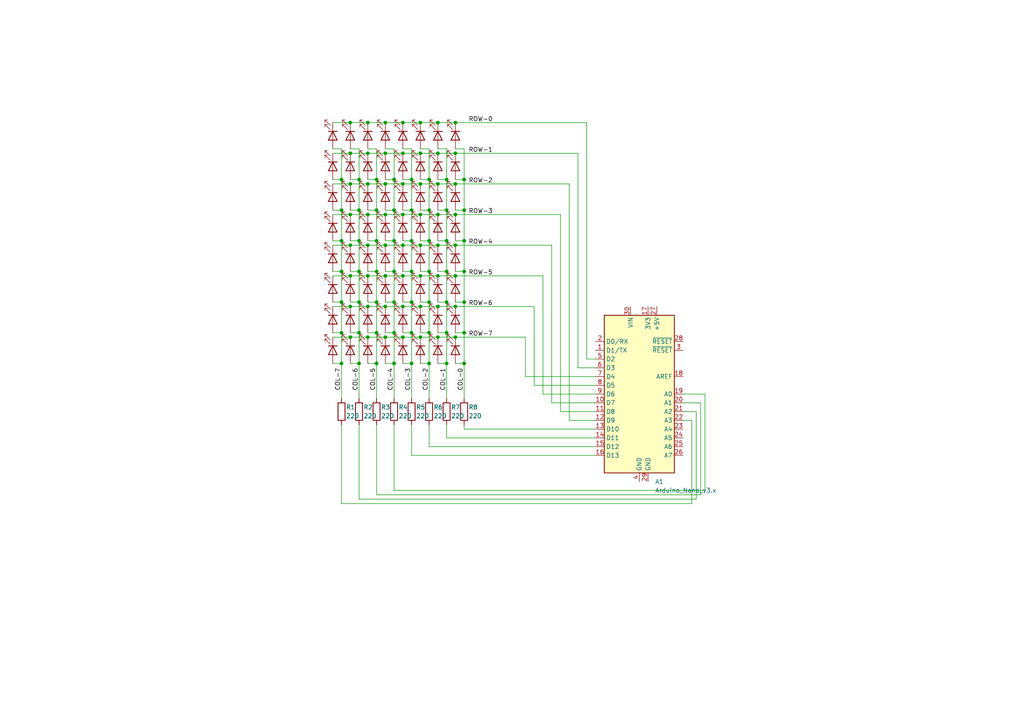
<source format=kicad_sch>
(kicad_sch (version 20211123) (generator eeschema)

  (uuid d5066a29-d493-405d-9093-8bf47b408c40)

  (paper "A4")

  (lib_symbols
    (symbol "Device:LED" (pin_numbers hide) (pin_names (offset 1.016) hide) (in_bom yes) (on_board yes)
      (property "Reference" "D" (id 0) (at 0 2.54 0)
        (effects (font (size 1.27 1.27)))
      )
      (property "Value" "LED" (id 1) (at 0 -2.54 0)
        (effects (font (size 1.27 1.27)))
      )
      (property "Footprint" "" (id 2) (at 0 0 0)
        (effects (font (size 1.27 1.27)) hide)
      )
      (property "Datasheet" "~" (id 3) (at 0 0 0)
        (effects (font (size 1.27 1.27)) hide)
      )
      (property "ki_keywords" "LED diode" (id 4) (at 0 0 0)
        (effects (font (size 1.27 1.27)) hide)
      )
      (property "ki_description" "Light emitting diode" (id 5) (at 0 0 0)
        (effects (font (size 1.27 1.27)) hide)
      )
      (property "ki_fp_filters" "LED* LED_SMD:* LED_THT:*" (id 6) (at 0 0 0)
        (effects (font (size 1.27 1.27)) hide)
      )
      (symbol "LED_0_1"
        (polyline
          (pts
            (xy -1.27 -1.27)
            (xy -1.27 1.27)
          )
          (stroke (width 0.254) (type default) (color 0 0 0 0))
          (fill (type none))
        )
        (polyline
          (pts
            (xy -1.27 0)
            (xy 1.27 0)
          )
          (stroke (width 0) (type default) (color 0 0 0 0))
          (fill (type none))
        )
        (polyline
          (pts
            (xy 1.27 -1.27)
            (xy 1.27 1.27)
            (xy -1.27 0)
            (xy 1.27 -1.27)
          )
          (stroke (width 0.254) (type default) (color 0 0 0 0))
          (fill (type none))
        )
        (polyline
          (pts
            (xy -3.048 -0.762)
            (xy -4.572 -2.286)
            (xy -3.81 -2.286)
            (xy -4.572 -2.286)
            (xy -4.572 -1.524)
          )
          (stroke (width 0) (type default) (color 0 0 0 0))
          (fill (type none))
        )
        (polyline
          (pts
            (xy -1.778 -0.762)
            (xy -3.302 -2.286)
            (xy -2.54 -2.286)
            (xy -3.302 -2.286)
            (xy -3.302 -1.524)
          )
          (stroke (width 0) (type default) (color 0 0 0 0))
          (fill (type none))
        )
      )
      (symbol "LED_1_1"
        (pin passive line (at -3.81 0 0) (length 2.54)
          (name "K" (effects (font (size 1.27 1.27))))
          (number "1" (effects (font (size 1.27 1.27))))
        )
        (pin passive line (at 3.81 0 180) (length 2.54)
          (name "A" (effects (font (size 1.27 1.27))))
          (number "2" (effects (font (size 1.27 1.27))))
        )
      )
    )
    (symbol "Device:R" (pin_numbers hide) (pin_names (offset 0)) (in_bom yes) (on_board yes)
      (property "Reference" "R" (id 0) (at 2.032 0 90)
        (effects (font (size 1.27 1.27)))
      )
      (property "Value" "R" (id 1) (at 0 0 90)
        (effects (font (size 1.27 1.27)))
      )
      (property "Footprint" "" (id 2) (at -1.778 0 90)
        (effects (font (size 1.27 1.27)) hide)
      )
      (property "Datasheet" "~" (id 3) (at 0 0 0)
        (effects (font (size 1.27 1.27)) hide)
      )
      (property "ki_keywords" "R res resistor" (id 4) (at 0 0 0)
        (effects (font (size 1.27 1.27)) hide)
      )
      (property "ki_description" "Resistor" (id 5) (at 0 0 0)
        (effects (font (size 1.27 1.27)) hide)
      )
      (property "ki_fp_filters" "R_*" (id 6) (at 0 0 0)
        (effects (font (size 1.27 1.27)) hide)
      )
      (symbol "R_0_1"
        (rectangle (start -1.016 -2.54) (end 1.016 2.54)
          (stroke (width 0.254) (type default) (color 0 0 0 0))
          (fill (type none))
        )
      )
      (symbol "R_1_1"
        (pin passive line (at 0 3.81 270) (length 1.27)
          (name "~" (effects (font (size 1.27 1.27))))
          (number "1" (effects (font (size 1.27 1.27))))
        )
        (pin passive line (at 0 -3.81 90) (length 1.27)
          (name "~" (effects (font (size 1.27 1.27))))
          (number "2" (effects (font (size 1.27 1.27))))
        )
      )
    )
    (symbol "MCU_Module:Arduino_Nano_v3.x" (in_bom yes) (on_board yes)
      (property "Reference" "A" (id 0) (at -10.16 23.495 0)
        (effects (font (size 1.27 1.27)) (justify left bottom))
      )
      (property "Value" "Arduino_Nano_v3.x" (id 1) (at 5.08 -24.13 0)
        (effects (font (size 1.27 1.27)) (justify left top))
      )
      (property "Footprint" "Module:Arduino_Nano" (id 2) (at 0 0 0)
        (effects (font (size 1.27 1.27) italic) hide)
      )
      (property "Datasheet" "http://www.mouser.com/pdfdocs/Gravitech_Arduino_Nano3_0.pdf" (id 3) (at 0 0 0)
        (effects (font (size 1.27 1.27)) hide)
      )
      (property "ki_keywords" "Arduino nano microcontroller module USB" (id 4) (at 0 0 0)
        (effects (font (size 1.27 1.27)) hide)
      )
      (property "ki_description" "Arduino Nano v3.x" (id 5) (at 0 0 0)
        (effects (font (size 1.27 1.27)) hide)
      )
      (property "ki_fp_filters" "Arduino*Nano*" (id 6) (at 0 0 0)
        (effects (font (size 1.27 1.27)) hide)
      )
      (symbol "Arduino_Nano_v3.x_0_1"
        (rectangle (start -10.16 22.86) (end 10.16 -22.86)
          (stroke (width 0.254) (type default) (color 0 0 0 0))
          (fill (type background))
        )
      )
      (symbol "Arduino_Nano_v3.x_1_1"
        (pin bidirectional line (at -12.7 12.7 0) (length 2.54)
          (name "D1/TX" (effects (font (size 1.27 1.27))))
          (number "1" (effects (font (size 1.27 1.27))))
        )
        (pin bidirectional line (at -12.7 -2.54 0) (length 2.54)
          (name "D7" (effects (font (size 1.27 1.27))))
          (number "10" (effects (font (size 1.27 1.27))))
        )
        (pin bidirectional line (at -12.7 -5.08 0) (length 2.54)
          (name "D8" (effects (font (size 1.27 1.27))))
          (number "11" (effects (font (size 1.27 1.27))))
        )
        (pin bidirectional line (at -12.7 -7.62 0) (length 2.54)
          (name "D9" (effects (font (size 1.27 1.27))))
          (number "12" (effects (font (size 1.27 1.27))))
        )
        (pin bidirectional line (at -12.7 -10.16 0) (length 2.54)
          (name "D10" (effects (font (size 1.27 1.27))))
          (number "13" (effects (font (size 1.27 1.27))))
        )
        (pin bidirectional line (at -12.7 -12.7 0) (length 2.54)
          (name "D11" (effects (font (size 1.27 1.27))))
          (number "14" (effects (font (size 1.27 1.27))))
        )
        (pin bidirectional line (at -12.7 -15.24 0) (length 2.54)
          (name "D12" (effects (font (size 1.27 1.27))))
          (number "15" (effects (font (size 1.27 1.27))))
        )
        (pin bidirectional line (at -12.7 -17.78 0) (length 2.54)
          (name "D13" (effects (font (size 1.27 1.27))))
          (number "16" (effects (font (size 1.27 1.27))))
        )
        (pin power_out line (at 2.54 25.4 270) (length 2.54)
          (name "3V3" (effects (font (size 1.27 1.27))))
          (number "17" (effects (font (size 1.27 1.27))))
        )
        (pin input line (at 12.7 5.08 180) (length 2.54)
          (name "AREF" (effects (font (size 1.27 1.27))))
          (number "18" (effects (font (size 1.27 1.27))))
        )
        (pin bidirectional line (at 12.7 0 180) (length 2.54)
          (name "A0" (effects (font (size 1.27 1.27))))
          (number "19" (effects (font (size 1.27 1.27))))
        )
        (pin bidirectional line (at -12.7 15.24 0) (length 2.54)
          (name "D0/RX" (effects (font (size 1.27 1.27))))
          (number "2" (effects (font (size 1.27 1.27))))
        )
        (pin bidirectional line (at 12.7 -2.54 180) (length 2.54)
          (name "A1" (effects (font (size 1.27 1.27))))
          (number "20" (effects (font (size 1.27 1.27))))
        )
        (pin bidirectional line (at 12.7 -5.08 180) (length 2.54)
          (name "A2" (effects (font (size 1.27 1.27))))
          (number "21" (effects (font (size 1.27 1.27))))
        )
        (pin bidirectional line (at 12.7 -7.62 180) (length 2.54)
          (name "A3" (effects (font (size 1.27 1.27))))
          (number "22" (effects (font (size 1.27 1.27))))
        )
        (pin bidirectional line (at 12.7 -10.16 180) (length 2.54)
          (name "A4" (effects (font (size 1.27 1.27))))
          (number "23" (effects (font (size 1.27 1.27))))
        )
        (pin bidirectional line (at 12.7 -12.7 180) (length 2.54)
          (name "A5" (effects (font (size 1.27 1.27))))
          (number "24" (effects (font (size 1.27 1.27))))
        )
        (pin bidirectional line (at 12.7 -15.24 180) (length 2.54)
          (name "A6" (effects (font (size 1.27 1.27))))
          (number "25" (effects (font (size 1.27 1.27))))
        )
        (pin bidirectional line (at 12.7 -17.78 180) (length 2.54)
          (name "A7" (effects (font (size 1.27 1.27))))
          (number "26" (effects (font (size 1.27 1.27))))
        )
        (pin power_out line (at 5.08 25.4 270) (length 2.54)
          (name "+5V" (effects (font (size 1.27 1.27))))
          (number "27" (effects (font (size 1.27 1.27))))
        )
        (pin input line (at 12.7 15.24 180) (length 2.54)
          (name "~{RESET}" (effects (font (size 1.27 1.27))))
          (number "28" (effects (font (size 1.27 1.27))))
        )
        (pin power_in line (at 2.54 -25.4 90) (length 2.54)
          (name "GND" (effects (font (size 1.27 1.27))))
          (number "29" (effects (font (size 1.27 1.27))))
        )
        (pin input line (at 12.7 12.7 180) (length 2.54)
          (name "~{RESET}" (effects (font (size 1.27 1.27))))
          (number "3" (effects (font (size 1.27 1.27))))
        )
        (pin power_in line (at -2.54 25.4 270) (length 2.54)
          (name "VIN" (effects (font (size 1.27 1.27))))
          (number "30" (effects (font (size 1.27 1.27))))
        )
        (pin power_in line (at 0 -25.4 90) (length 2.54)
          (name "GND" (effects (font (size 1.27 1.27))))
          (number "4" (effects (font (size 1.27 1.27))))
        )
        (pin bidirectional line (at -12.7 10.16 0) (length 2.54)
          (name "D2" (effects (font (size 1.27 1.27))))
          (number "5" (effects (font (size 1.27 1.27))))
        )
        (pin bidirectional line (at -12.7 7.62 0) (length 2.54)
          (name "D3" (effects (font (size 1.27 1.27))))
          (number "6" (effects (font (size 1.27 1.27))))
        )
        (pin bidirectional line (at -12.7 5.08 0) (length 2.54)
          (name "D4" (effects (font (size 1.27 1.27))))
          (number "7" (effects (font (size 1.27 1.27))))
        )
        (pin bidirectional line (at -12.7 2.54 0) (length 2.54)
          (name "D5" (effects (font (size 1.27 1.27))))
          (number "8" (effects (font (size 1.27 1.27))))
        )
        (pin bidirectional line (at -12.7 0 0) (length 2.54)
          (name "D6" (effects (font (size 1.27 1.27))))
          (number "9" (effects (font (size 1.27 1.27))))
        )
      )
    )
  )

  (junction (at 99.06 87.63) (diameter 0) (color 0 0 0 0)
    (uuid 00148142-f2f5-4689-b889-87308e002694)
  )
  (junction (at 129.54 69.85) (diameter 0) (color 0 0 0 0)
    (uuid 01320c9f-144b-4a12-b210-8c054524e21c)
  )
  (junction (at 121.92 71.12) (diameter 0) (color 0 0 0 0)
    (uuid 01da6f86-81cc-41ae-a6e8-6746ddabacd1)
  )
  (junction (at 106.68 53.34) (diameter 0) (color 0 0 0 0)
    (uuid 03bd7521-00fd-48d1-b0dd-1d030e35134d)
  )
  (junction (at 111.76 80.01) (diameter 0) (color 0 0 0 0)
    (uuid 03caf440-2fc8-47e3-96da-2be496a95c17)
  )
  (junction (at 99.06 52.07) (diameter 0) (color 0 0 0 0)
    (uuid 0447b8a4-37a6-4d1a-ae81-8fb3cdbd91d0)
  )
  (junction (at 106.68 88.9) (diameter 0) (color 0 0 0 0)
    (uuid 05d52dc7-6a41-400a-915f-5c167d2f31c7)
  )
  (junction (at 127 53.34) (diameter 0) (color 0 0 0 0)
    (uuid 0712fcde-f53d-4887-8b09-174a606886f1)
  )
  (junction (at 134.62 69.85) (diameter 0) (color 0 0 0 0)
    (uuid 1076a29f-8207-48f5-ae82-4f1ff7e388c3)
  )
  (junction (at 116.84 62.23) (diameter 0) (color 0 0 0 0)
    (uuid 1119e5d6-1099-4659-87bd-4256d9247dc4)
  )
  (junction (at 104.14 87.63) (diameter 0) (color 0 0 0 0)
    (uuid 11f6ffa6-7d0e-405a-a188-348899fff285)
  )
  (junction (at 106.68 35.56) (diameter 0) (color 0 0 0 0)
    (uuid 145ad246-0a64-4b1a-b05f-889c2e7c31fd)
  )
  (junction (at 132.08 97.79) (diameter 0) (color 0 0 0 0)
    (uuid 14d74637-8302-4f64-b1c9-a11bf7b9ba9c)
  )
  (junction (at 111.76 44.45) (diameter 0) (color 0 0 0 0)
    (uuid 16bcff61-4862-4fc0-9b6a-ddaf24371099)
  )
  (junction (at 114.3 69.85) (diameter 0) (color 0 0 0 0)
    (uuid 18eb455b-3390-4b6b-bd26-efbea9a5183f)
  )
  (junction (at 109.22 52.07) (diameter 0) (color 0 0 0 0)
    (uuid 205e15a1-75fa-41a2-9033-97de4e45194f)
  )
  (junction (at 114.3 87.63) (diameter 0) (color 0 0 0 0)
    (uuid 21bf0621-7cc7-41d1-8d00-88e94a56cca4)
  )
  (junction (at 116.84 97.79) (diameter 0) (color 0 0 0 0)
    (uuid 2275cdd0-4de4-4eda-ac1b-88775cb73f1e)
  )
  (junction (at 132.08 62.23) (diameter 0) (color 0 0 0 0)
    (uuid 267a330c-6596-4b4c-9f16-37aff097dbb2)
  )
  (junction (at 109.22 60.96) (diameter 0) (color 0 0 0 0)
    (uuid 2d3a7b20-7c23-4d43-bf4c-3f80ef1a00b9)
  )
  (junction (at 119.38 105.41) (diameter 0) (color 0 0 0 0)
    (uuid 316f1782-c73e-4220-a378-2090a731653c)
  )
  (junction (at 101.6 80.01) (diameter 0) (color 0 0 0 0)
    (uuid 33279d93-bb42-4506-acd9-427444953c7d)
  )
  (junction (at 111.76 71.12) (diameter 0) (color 0 0 0 0)
    (uuid 3bf557d6-d0eb-428d-b43b-8d4c381cac4e)
  )
  (junction (at 111.76 35.56) (diameter 0) (color 0 0 0 0)
    (uuid 3dda918a-8758-4e13-aacd-9147882e912f)
  )
  (junction (at 124.46 60.96) (diameter 0) (color 0 0 0 0)
    (uuid 4016fcf4-fab1-4e30-bc8f-b2a66e006eb2)
  )
  (junction (at 116.84 80.01) (diameter 0) (color 0 0 0 0)
    (uuid 4734cfc7-5f96-4e56-9fc7-15208d04653d)
  )
  (junction (at 109.22 69.85) (diameter 0) (color 0 0 0 0)
    (uuid 486c17ba-a78d-4b65-8c68-00462c25d6ea)
  )
  (junction (at 116.84 44.45) (diameter 0) (color 0 0 0 0)
    (uuid 4e4f3322-3593-4531-a0fb-39bf74382b30)
  )
  (junction (at 121.92 62.23) (diameter 0) (color 0 0 0 0)
    (uuid 53073774-b5a6-40da-8d86-38140a769a80)
  )
  (junction (at 106.68 62.23) (diameter 0) (color 0 0 0 0)
    (uuid 556d0bda-00f8-48ff-bf44-94f50d0d673c)
  )
  (junction (at 129.54 87.63) (diameter 0) (color 0 0 0 0)
    (uuid 57320d27-7c5f-473d-9d51-c704c95b47f3)
  )
  (junction (at 121.92 53.34) (diameter 0) (color 0 0 0 0)
    (uuid 581bebda-4b52-4312-9f3f-0d990055adc4)
  )
  (junction (at 104.14 52.07) (diameter 0) (color 0 0 0 0)
    (uuid 5aae0068-551d-4574-b8de-0f7081a45151)
  )
  (junction (at 119.38 87.63) (diameter 0) (color 0 0 0 0)
    (uuid 5adb65b2-bf19-4416-8a41-a0ce1179a147)
  )
  (junction (at 109.22 87.63) (diameter 0) (color 0 0 0 0)
    (uuid 5b2c3a27-9664-4d7b-8aa6-e3756c4ab091)
  )
  (junction (at 114.3 78.74) (diameter 0) (color 0 0 0 0)
    (uuid 5dd85058-9bd9-480e-8627-63954360e3fc)
  )
  (junction (at 119.38 69.85) (diameter 0) (color 0 0 0 0)
    (uuid 619afec2-e830-4020-96fe-ab31e8a619bc)
  )
  (junction (at 124.46 87.63) (diameter 0) (color 0 0 0 0)
    (uuid 6430db30-8e7a-400d-8fc9-230f51234469)
  )
  (junction (at 104.14 105.41) (diameter 0) (color 0 0 0 0)
    (uuid 6820be0e-dfbf-44eb-b9d4-787bd56015d2)
  )
  (junction (at 121.92 80.01) (diameter 0) (color 0 0 0 0)
    (uuid 6aaa1b73-8d99-4f3f-9935-a02cca294d3c)
  )
  (junction (at 134.62 78.74) (diameter 0) (color 0 0 0 0)
    (uuid 6c75337a-b0fc-40c9-95a6-436a0d18873a)
  )
  (junction (at 127 97.79) (diameter 0) (color 0 0 0 0)
    (uuid 6f9282aa-eea6-4952-871e-4f17fc6f2aa4)
  )
  (junction (at 114.3 96.52) (diameter 0) (color 0 0 0 0)
    (uuid 71d24458-8548-4cb2-a163-f3ae74643528)
  )
  (junction (at 119.38 78.74) (diameter 0) (color 0 0 0 0)
    (uuid 75a9216c-3a78-4c52-b9df-8a73e514b84b)
  )
  (junction (at 127 80.01) (diameter 0) (color 0 0 0 0)
    (uuid 763555f8-de8b-4e30-af03-4e805630ee87)
  )
  (junction (at 109.22 78.74) (diameter 0) (color 0 0 0 0)
    (uuid 76a4ab23-84a8-4548-852c-69823c6a9e1f)
  )
  (junction (at 124.46 96.52) (diameter 0) (color 0 0 0 0)
    (uuid 771309f6-7492-477f-b86e-3dbdff01e011)
  )
  (junction (at 127 88.9) (diameter 0) (color 0 0 0 0)
    (uuid 78e3765c-77ef-4b38-810e-13f388c35486)
  )
  (junction (at 101.6 97.79) (diameter 0) (color 0 0 0 0)
    (uuid 78e3acee-a686-4ce1-80bc-e213fabf883f)
  )
  (junction (at 99.06 78.74) (diameter 0) (color 0 0 0 0)
    (uuid 8048e730-e256-401b-88e6-f68898c917cd)
  )
  (junction (at 124.46 52.07) (diameter 0) (color 0 0 0 0)
    (uuid 8354f5b7-a932-4107-afea-a9b8a7b7321c)
  )
  (junction (at 129.54 96.52) (diameter 0) (color 0 0 0 0)
    (uuid 853bf09d-5771-41c9-b267-fba20ce207d1)
  )
  (junction (at 106.68 71.12) (diameter 0) (color 0 0 0 0)
    (uuid 8b38e804-8f2b-4a07-95ac-d818ddf01d74)
  )
  (junction (at 99.06 96.52) (diameter 0) (color 0 0 0 0)
    (uuid 8c70db31-9722-4180-97e3-07fdf88b838a)
  )
  (junction (at 116.84 88.9) (diameter 0) (color 0 0 0 0)
    (uuid 8e1b79cc-0685-44fe-b20a-0321f81de805)
  )
  (junction (at 111.76 97.79) (diameter 0) (color 0 0 0 0)
    (uuid 8e4ee682-bf31-4243-a233-49965b9dff90)
  )
  (junction (at 109.22 105.41) (diameter 0) (color 0 0 0 0)
    (uuid 8f70d27a-a465-4816-a9af-154ca13be702)
  )
  (junction (at 116.84 53.34) (diameter 0) (color 0 0 0 0)
    (uuid 90219b36-865c-446a-bf5d-7361812c0abf)
  )
  (junction (at 134.62 105.41) (diameter 0) (color 0 0 0 0)
    (uuid 9068b9d0-4fcb-424a-9c0f-532d2d472d31)
  )
  (junction (at 134.62 87.63) (diameter 0) (color 0 0 0 0)
    (uuid 91341850-3f56-4fb2-9673-534889922ec6)
  )
  (junction (at 119.38 60.96) (diameter 0) (color 0 0 0 0)
    (uuid 91772407-a6d4-4149-aeca-410ee02f11b4)
  )
  (junction (at 124.46 105.41) (diameter 0) (color 0 0 0 0)
    (uuid 9295de16-7d3f-4d29-96d6-3269c136c514)
  )
  (junction (at 132.08 53.34) (diameter 0) (color 0 0 0 0)
    (uuid 9667aea0-783e-4587-89c6-c407a6f888b9)
  )
  (junction (at 116.84 35.56) (diameter 0) (color 0 0 0 0)
    (uuid 974cf0db-bf93-4c71-b3a0-7842d6e40287)
  )
  (junction (at 132.08 35.56) (diameter 0) (color 0 0 0 0)
    (uuid 97da0320-d7d9-4b8b-a1f9-dc216dd74999)
  )
  (junction (at 127 35.56) (diameter 0) (color 0 0 0 0)
    (uuid 9b303287-81ba-4be5-b423-66088b90cc0e)
  )
  (junction (at 127 62.23) (diameter 0) (color 0 0 0 0)
    (uuid 9c9f419e-6936-4804-b588-a7bf1b55850c)
  )
  (junction (at 119.38 96.52) (diameter 0) (color 0 0 0 0)
    (uuid 9fa4b185-539d-44c0-afba-068f53d3bee6)
  )
  (junction (at 127 71.12) (diameter 0) (color 0 0 0 0)
    (uuid 9fd42cf3-3236-49e4-93a5-25d457936dfa)
  )
  (junction (at 109.22 96.52) (diameter 0) (color 0 0 0 0)
    (uuid a5b5a082-4682-4c16-b432-5b0bcdf89802)
  )
  (junction (at 99.06 105.41) (diameter 0) (color 0 0 0 0)
    (uuid a7b4ca4c-d802-4571-8c8d-643b33f676ea)
  )
  (junction (at 121.92 44.45) (diameter 0) (color 0 0 0 0)
    (uuid a7eeb795-2510-4e9b-bb55-2d2e1d70e771)
  )
  (junction (at 101.6 35.56) (diameter 0) (color 0 0 0 0)
    (uuid a964c5e4-f543-40a3-b072-3c1b8a299de9)
  )
  (junction (at 129.54 78.74) (diameter 0) (color 0 0 0 0)
    (uuid aaba5777-f346-434a-b911-be2ead9644aa)
  )
  (junction (at 124.46 78.74) (diameter 0) (color 0 0 0 0)
    (uuid ad08b055-fa31-4047-9db5-e00a8611e942)
  )
  (junction (at 134.62 52.07) (diameter 0) (color 0 0 0 0)
    (uuid b1d7de99-0e31-476e-9471-572f4a4243e4)
  )
  (junction (at 132.08 88.9) (diameter 0) (color 0 0 0 0)
    (uuid b5fd7c73-93d8-45f0-8610-7e0a8f38ff84)
  )
  (junction (at 106.68 80.01) (diameter 0) (color 0 0 0 0)
    (uuid b80d7392-0412-42fa-97d3-6b0395029b06)
  )
  (junction (at 101.6 62.23) (diameter 0) (color 0 0 0 0)
    (uuid b950be81-9854-4b7c-a1bf-96c54d467f0d)
  )
  (junction (at 111.76 88.9) (diameter 0) (color 0 0 0 0)
    (uuid b954d737-3ca5-4625-81da-b7880d93a144)
  )
  (junction (at 129.54 60.96) (diameter 0) (color 0 0 0 0)
    (uuid bb412abb-42a0-4662-8497-3797c26ec12e)
  )
  (junction (at 101.6 44.45) (diameter 0) (color 0 0 0 0)
    (uuid bd21208c-7ae1-45c6-a91d-33999bdc7b14)
  )
  (junction (at 121.92 35.56) (diameter 0) (color 0 0 0 0)
    (uuid c0f383d2-4fce-4876-9e00-b27d7a549e96)
  )
  (junction (at 104.14 78.74) (diameter 0) (color 0 0 0 0)
    (uuid c1ca017a-78ef-4537-8681-88788a5362ff)
  )
  (junction (at 99.06 69.85) (diameter 0) (color 0 0 0 0)
    (uuid c3c2a1d2-6ace-41e0-a0d8-30462d49b270)
  )
  (junction (at 104.14 96.52) (diameter 0) (color 0 0 0 0)
    (uuid c684ca7c-f2e4-4bea-ac68-058e285bd531)
  )
  (junction (at 114.3 60.96) (diameter 0) (color 0 0 0 0)
    (uuid c6c7b92f-b211-4fa7-bd31-1f3bb9982f1e)
  )
  (junction (at 132.08 71.12) (diameter 0) (color 0 0 0 0)
    (uuid c6dec08f-4c5a-45e3-974a-3adc5cab39f4)
  )
  (junction (at 111.76 53.34) (diameter 0) (color 0 0 0 0)
    (uuid ca1b278e-91de-4c7d-a1a7-30acb150317b)
  )
  (junction (at 104.14 69.85) (diameter 0) (color 0 0 0 0)
    (uuid cb4ac972-31e9-47b4-90ee-e884de957791)
  )
  (junction (at 101.6 53.34) (diameter 0) (color 0 0 0 0)
    (uuid d0b6d90d-58a0-4c33-b424-e8911e7c96b6)
  )
  (junction (at 132.08 80.01) (diameter 0) (color 0 0 0 0)
    (uuid d273a7e5-97e5-4800-aabc-1758fc83b133)
  )
  (junction (at 101.6 71.12) (diameter 0) (color 0 0 0 0)
    (uuid d2d8977d-7789-4d75-99d1-d0cf6e0e3d6d)
  )
  (junction (at 129.54 52.07) (diameter 0) (color 0 0 0 0)
    (uuid d5fd742b-380b-4b5e-8bdb-84fc2e31a868)
  )
  (junction (at 114.3 105.41) (diameter 0) (color 0 0 0 0)
    (uuid d602a711-f68d-4610-9e23-b7ae46797715)
  )
  (junction (at 104.14 60.96) (diameter 0) (color 0 0 0 0)
    (uuid da3d86f9-b68d-43af-a698-f47413530a18)
  )
  (junction (at 116.84 71.12) (diameter 0) (color 0 0 0 0)
    (uuid db49b71b-9dac-4aab-9e53-af494bd7fdd1)
  )
  (junction (at 124.46 69.85) (diameter 0) (color 0 0 0 0)
    (uuid e1465b0c-35f2-4617-80ef-c486387fbf0d)
  )
  (junction (at 101.6 88.9) (diameter 0) (color 0 0 0 0)
    (uuid e1a942f8-54d4-4a19-8b58-76e10d0dfd45)
  )
  (junction (at 106.68 44.45) (diameter 0) (color 0 0 0 0)
    (uuid e211459f-4dc7-4abd-b6bc-a6e16139cea4)
  )
  (junction (at 106.68 97.79) (diameter 0) (color 0 0 0 0)
    (uuid e222d587-aabc-4b96-8f95-aa2f3d912f72)
  )
  (junction (at 121.92 97.79) (diameter 0) (color 0 0 0 0)
    (uuid e38eadc3-00cb-471e-9c5b-cc63adefed33)
  )
  (junction (at 99.06 60.96) (diameter 0) (color 0 0 0 0)
    (uuid e83578e0-20fd-4c1a-8a4f-fbd219ac2214)
  )
  (junction (at 127 44.45) (diameter 0) (color 0 0 0 0)
    (uuid e91029ff-76cf-47d7-8492-67f56aa103f0)
  )
  (junction (at 114.3 52.07) (diameter 0) (color 0 0 0 0)
    (uuid eaba61be-e235-4384-8e93-eb8a7690c6e7)
  )
  (junction (at 111.76 62.23) (diameter 0) (color 0 0 0 0)
    (uuid ebcebb91-1b80-4fcf-8f8b-714a94c5fa28)
  )
  (junction (at 121.92 88.9) (diameter 0) (color 0 0 0 0)
    (uuid ee16ab52-aa51-4220-9bd2-e65ec4e245d6)
  )
  (junction (at 134.62 96.52) (diameter 0) (color 0 0 0 0)
    (uuid f00a48c5-f95d-47d6-bf25-ae2a1ca2e298)
  )
  (junction (at 132.08 44.45) (diameter 0) (color 0 0 0 0)
    (uuid f18207ae-a21b-43de-966d-6b2e5179b0bb)
  )
  (junction (at 129.54 105.41) (diameter 0) (color 0 0 0 0)
    (uuid f69b74ac-077e-495d-a092-b2fd96928d71)
  )
  (junction (at 134.62 60.96) (diameter 0) (color 0 0 0 0)
    (uuid faf25e12-765f-4957-a7e1-8c116735b9e8)
  )
  (junction (at 119.38 52.07) (diameter 0) (color 0 0 0 0)
    (uuid fcafcc94-629f-4f53-8035-b38d9b440216)
  )

  (wire (pts (xy 114.3 43.18) (xy 114.3 52.07))
    (stroke (width 0) (type default) (color 0 0 0 0))
    (uuid 02a1724b-e675-4ef0-9513-d04d92d32265)
  )
  (wire (pts (xy 101.6 71.12) (xy 106.68 71.12))
    (stroke (width 0) (type default) (color 0 0 0 0))
    (uuid 04235166-e8f5-4c29-a383-8907eab11e98)
  )
  (wire (pts (xy 127 53.34) (xy 132.08 53.34))
    (stroke (width 0) (type default) (color 0 0 0 0))
    (uuid 0483e17b-111c-4f8c-8522-398f1d8ceff8)
  )
  (wire (pts (xy 124.46 129.54) (xy 124.46 123.19))
    (stroke (width 0) (type default) (color 0 0 0 0))
    (uuid 075e8827-2328-4ba2-9d96-a5d6c6241e26)
  )
  (wire (pts (xy 124.46 87.63) (xy 124.46 96.52))
    (stroke (width 0) (type default) (color 0 0 0 0))
    (uuid 08066d65-968e-4bf6-8da9-d455747ea6a7)
  )
  (wire (pts (xy 121.92 43.18) (xy 124.46 43.18))
    (stroke (width 0) (type default) (color 0 0 0 0))
    (uuid 0840c520-1e07-4242-b712-4275e05311bb)
  )
  (wire (pts (xy 104.14 123.19) (xy 104.14 144.78))
    (stroke (width 0) (type default) (color 0 0 0 0))
    (uuid 09231292-b03f-42dd-ad74-b32faba27a14)
  )
  (wire (pts (xy 127 62.23) (xy 132.08 62.23))
    (stroke (width 0) (type default) (color 0 0 0 0))
    (uuid 093b8529-e24b-47fb-9340-16b6ed2ab977)
  )
  (wire (pts (xy 111.76 88.9) (xy 116.84 88.9))
    (stroke (width 0) (type default) (color 0 0 0 0))
    (uuid 0c7292d7-328a-46a3-bd19-682c3fe7d676)
  )
  (wire (pts (xy 96.52 43.18) (xy 99.06 43.18))
    (stroke (width 0) (type default) (color 0 0 0 0))
    (uuid 0ca7baad-f31d-4a58-a55e-4f01e2fd9ee0)
  )
  (wire (pts (xy 119.38 96.52) (xy 119.38 105.41))
    (stroke (width 0) (type default) (color 0 0 0 0))
    (uuid 0eb1a742-e6f4-4e43-a0cc-3c713fd10d67)
  )
  (wire (pts (xy 99.06 115.57) (xy 99.06 105.41))
    (stroke (width 0) (type default) (color 0 0 0 0))
    (uuid 10e0a230-cf83-477f-8a7a-d954a6f14d24)
  )
  (wire (pts (xy 132.08 60.96) (xy 134.62 60.96))
    (stroke (width 0) (type default) (color 0 0 0 0))
    (uuid 116e0f8b-e3f9-43d7-8143-d660ac8adc52)
  )
  (wire (pts (xy 172.72 116.84) (xy 160.02 116.84))
    (stroke (width 0) (type default) (color 0 0 0 0))
    (uuid 11a25a21-ee92-45d7-96ff-fee10f3cd349)
  )
  (wire (pts (xy 124.46 52.07) (xy 121.92 52.07))
    (stroke (width 0) (type default) (color 0 0 0 0))
    (uuid 12f24367-9672-4e79-a522-910b9b41bd75)
  )
  (wire (pts (xy 111.76 44.45) (xy 116.84 44.45))
    (stroke (width 0) (type default) (color 0 0 0 0))
    (uuid 135aaa2d-8904-4ac5-8144-90b1f4a9a432)
  )
  (wire (pts (xy 160.02 116.84) (xy 160.02 71.12))
    (stroke (width 0) (type default) (color 0 0 0 0))
    (uuid 13bb6b7b-4c91-42c4-aed9-28b807dac99d)
  )
  (wire (pts (xy 116.84 96.52) (xy 119.38 96.52))
    (stroke (width 0) (type default) (color 0 0 0 0))
    (uuid 13d577bb-c7ca-4c7a-b069-0594c591ec63)
  )
  (wire (pts (xy 201.93 144.78) (xy 201.93 119.38))
    (stroke (width 0) (type default) (color 0 0 0 0))
    (uuid 1609a43b-43bf-4fd1-9cad-10cc142cbe37)
  )
  (wire (pts (xy 111.76 97.79) (xy 116.84 97.79))
    (stroke (width 0) (type default) (color 0 0 0 0))
    (uuid 17331834-20df-4a11-a8d2-b346a5a80f48)
  )
  (wire (pts (xy 132.08 80.01) (xy 157.48 80.01))
    (stroke (width 0) (type default) (color 0 0 0 0))
    (uuid 17b516e3-86d5-461d-9757-a38690fdfc32)
  )
  (wire (pts (xy 121.92 44.45) (xy 127 44.45))
    (stroke (width 0) (type default) (color 0 0 0 0))
    (uuid 18b84db8-ff0c-4dac-9443-096ef6b9b86f)
  )
  (wire (pts (xy 134.62 87.63) (xy 134.62 96.52))
    (stroke (width 0) (type default) (color 0 0 0 0))
    (uuid 18f7d5d0-3e2b-439a-977f-b4cb47fd8705)
  )
  (wire (pts (xy 124.46 43.18) (xy 124.46 52.07))
    (stroke (width 0) (type default) (color 0 0 0 0))
    (uuid 196fa4de-89be-47e4-9c63-d3ed7f94f02e)
  )
  (wire (pts (xy 106.68 62.23) (xy 111.76 62.23))
    (stroke (width 0) (type default) (color 0 0 0 0))
    (uuid 1aa57b45-e78e-45b8-b938-fda0b1e7aaa8)
  )
  (wire (pts (xy 96.52 71.12) (xy 101.6 71.12))
    (stroke (width 0) (type default) (color 0 0 0 0))
    (uuid 1cf0c4ad-e82b-4049-b13e-9b84665bfe7e)
  )
  (wire (pts (xy 116.84 44.45) (xy 121.92 44.45))
    (stroke (width 0) (type default) (color 0 0 0 0))
    (uuid 1e030b0a-1e6e-4530-b8c0-73a560011ec6)
  )
  (wire (pts (xy 165.1 121.92) (xy 165.1 53.34))
    (stroke (width 0) (type default) (color 0 0 0 0))
    (uuid 1f0fbaa9-b6bb-479a-9dc2-5630fe784aaa)
  )
  (wire (pts (xy 96.52 44.45) (xy 101.6 44.45))
    (stroke (width 0) (type default) (color 0 0 0 0))
    (uuid 1ff492bd-5e59-4389-8881-506aca81119c)
  )
  (wire (pts (xy 106.68 80.01) (xy 111.76 80.01))
    (stroke (width 0) (type default) (color 0 0 0 0))
    (uuid 2368a0f7-8907-47e2-bbf5-06496bdaa80f)
  )
  (wire (pts (xy 109.22 96.52) (xy 109.22 105.41))
    (stroke (width 0) (type default) (color 0 0 0 0))
    (uuid 23fa2a33-0b2d-4999-9678-d0b57924c2b2)
  )
  (wire (pts (xy 99.06 78.74) (xy 99.06 87.63))
    (stroke (width 0) (type default) (color 0 0 0 0))
    (uuid 2492330c-7a77-4135-8b9a-3690f6734ce0)
  )
  (wire (pts (xy 116.84 35.56) (xy 121.92 35.56))
    (stroke (width 0) (type default) (color 0 0 0 0))
    (uuid 2541305d-3dcd-40d4-9784-d79f44dc379d)
  )
  (wire (pts (xy 109.22 60.96) (xy 109.22 69.85))
    (stroke (width 0) (type default) (color 0 0 0 0))
    (uuid 2650da5c-62ad-46a4-b6e8-45ec369de057)
  )
  (wire (pts (xy 96.52 60.96) (xy 99.06 60.96))
    (stroke (width 0) (type default) (color 0 0 0 0))
    (uuid 27775c26-e629-4a97-81a3-e47dcf694538)
  )
  (wire (pts (xy 114.3 142.24) (xy 204.47 142.24))
    (stroke (width 0) (type default) (color 0 0 0 0))
    (uuid 27d04cef-3aea-4783-9d07-1a32a13584f3)
  )
  (wire (pts (xy 134.62 96.52) (xy 134.62 105.41))
    (stroke (width 0) (type default) (color 0 0 0 0))
    (uuid 28600ccb-8561-458d-9872-553163a69374)
  )
  (wire (pts (xy 119.38 123.19) (xy 119.38 132.08))
    (stroke (width 0) (type default) (color 0 0 0 0))
    (uuid 28c5967c-9298-4e24-beff-8414bab317af)
  )
  (wire (pts (xy 124.46 105.41) (xy 121.92 105.41))
    (stroke (width 0) (type default) (color 0 0 0 0))
    (uuid 28e80551-ede8-463f-ab38-0b21a63373e5)
  )
  (wire (pts (xy 109.22 43.18) (xy 109.22 52.07))
    (stroke (width 0) (type default) (color 0 0 0 0))
    (uuid 29033044-b3ef-4f99-b621-d990078418b2)
  )
  (wire (pts (xy 106.68 78.74) (xy 109.22 78.74))
    (stroke (width 0) (type default) (color 0 0 0 0))
    (uuid 2bcf5450-32bb-4c55-9a2e-232ca3e46037)
  )
  (wire (pts (xy 101.6 80.01) (xy 106.68 80.01))
    (stroke (width 0) (type default) (color 0 0 0 0))
    (uuid 2c6d6708-69f4-414a-af6d-3fd103fd13a7)
  )
  (wire (pts (xy 134.62 60.96) (xy 134.62 69.85))
    (stroke (width 0) (type default) (color 0 0 0 0))
    (uuid 2c9326c5-6576-4dcb-840e-35f505a5c6c0)
  )
  (wire (pts (xy 127 88.9) (xy 132.08 88.9))
    (stroke (width 0) (type default) (color 0 0 0 0))
    (uuid 2e6c5903-2ff1-4438-b77b-a157caa6fa79)
  )
  (wire (pts (xy 101.6 43.18) (xy 104.14 43.18))
    (stroke (width 0) (type default) (color 0 0 0 0))
    (uuid 2e911b8e-52da-4a8b-a0ac-13f8e863691d)
  )
  (wire (pts (xy 104.14 115.57) (xy 104.14 105.41))
    (stroke (width 0) (type default) (color 0 0 0 0))
    (uuid 2e99b8a3-dd66-4c43-8f22-6d4152b488a3)
  )
  (wire (pts (xy 132.08 71.12) (xy 160.02 71.12))
    (stroke (width 0) (type default) (color 0 0 0 0))
    (uuid 325eb355-d9cc-4297-9342-bddb27d5f3e8)
  )
  (wire (pts (xy 96.52 80.01) (xy 101.6 80.01))
    (stroke (width 0) (type default) (color 0 0 0 0))
    (uuid 334ffbae-ab59-46e9-927f-2b35ad63388c)
  )
  (wire (pts (xy 96.52 78.74) (xy 99.06 78.74))
    (stroke (width 0) (type default) (color 0 0 0 0))
    (uuid 34944a39-2d2f-453c-a086-511aa5563273)
  )
  (wire (pts (xy 109.22 52.07) (xy 109.22 60.96))
    (stroke (width 0) (type default) (color 0 0 0 0))
    (uuid 3568b385-b0c9-47ae-9c27-2c17d328fe5f)
  )
  (wire (pts (xy 172.72 114.3) (xy 157.48 114.3))
    (stroke (width 0) (type default) (color 0 0 0 0))
    (uuid 36c2f040-6db1-46dc-b314-fdf6e75b523c)
  )
  (wire (pts (xy 172.72 104.14) (xy 170.18 104.14))
    (stroke (width 0) (type default) (color 0 0 0 0))
    (uuid 38d206ed-fd56-4c58-bb05-3b58a5cca3d6)
  )
  (wire (pts (xy 104.14 69.85) (xy 104.14 78.74))
    (stroke (width 0) (type default) (color 0 0 0 0))
    (uuid 3950e9b3-2fbe-4477-b4de-a9f9dc2ea7af)
  )
  (wire (pts (xy 121.92 71.12) (xy 127 71.12))
    (stroke (width 0) (type default) (color 0 0 0 0))
    (uuid 3e515173-3d2f-4ef5-81c1-02742b87cb93)
  )
  (wire (pts (xy 114.3 52.07) (xy 111.76 52.07))
    (stroke (width 0) (type default) (color 0 0 0 0))
    (uuid 3fdc5fc4-c5c6-451f-97d9-fd6b422f8bbd)
  )
  (wire (pts (xy 121.92 53.34) (xy 127 53.34))
    (stroke (width 0) (type default) (color 0 0 0 0))
    (uuid 4105b19f-9b93-4198-b51d-f8d8dca0fd1b)
  )
  (wire (pts (xy 106.68 35.56) (xy 111.76 35.56))
    (stroke (width 0) (type default) (color 0 0 0 0))
    (uuid 417e6e7d-9869-4c6f-9402-e50ac3fe1122)
  )
  (wire (pts (xy 119.38 69.85) (xy 119.38 78.74))
    (stroke (width 0) (type default) (color 0 0 0 0))
    (uuid 43e8e909-576e-42d6-9d09-0a8500227edb)
  )
  (wire (pts (xy 111.76 71.12) (xy 116.84 71.12))
    (stroke (width 0) (type default) (color 0 0 0 0))
    (uuid 43ed73d8-d52e-487c-a326-68fe27d80409)
  )
  (wire (pts (xy 114.3 115.57) (xy 114.3 105.41))
    (stroke (width 0) (type default) (color 0 0 0 0))
    (uuid 44baf792-ef4d-4526-991c-5123dc6f53c6)
  )
  (wire (pts (xy 114.3 52.07) (xy 114.3 60.96))
    (stroke (width 0) (type default) (color 0 0 0 0))
    (uuid 456dc4db-fbfa-4760-a05f-b2ef7fdc0417)
  )
  (wire (pts (xy 99.06 52.07) (xy 96.52 52.07))
    (stroke (width 0) (type default) (color 0 0 0 0))
    (uuid 466a8813-667d-4bb0-bdd1-cdc483c3e158)
  )
  (wire (pts (xy 101.6 44.45) (xy 106.68 44.45))
    (stroke (width 0) (type default) (color 0 0 0 0))
    (uuid 478b9441-e861-400c-ad89-3856e9fb1bb6)
  )
  (wire (pts (xy 121.92 88.9) (xy 127 88.9))
    (stroke (width 0) (type default) (color 0 0 0 0))
    (uuid 4799c09d-4edc-4e08-8cb4-9f7f2a13eb89)
  )
  (wire (pts (xy 106.68 88.9) (xy 111.76 88.9))
    (stroke (width 0) (type default) (color 0 0 0 0))
    (uuid 484051b3-96bb-4f1a-a15c-ac0b3338f104)
  )
  (wire (pts (xy 111.76 96.52) (xy 114.3 96.52))
    (stroke (width 0) (type default) (color 0 0 0 0))
    (uuid 48c8aaa7-37a6-4668-8129-0c040559886a)
  )
  (wire (pts (xy 129.54 115.57) (xy 129.54 105.41))
    (stroke (width 0) (type default) (color 0 0 0 0))
    (uuid 48edefa1-68a6-47e0-8a5b-3bd972f8695d)
  )
  (wire (pts (xy 200.66 121.92) (xy 200.66 146.05))
    (stroke (width 0) (type default) (color 0 0 0 0))
    (uuid 4b461c7d-8ee1-4a38-bd5c-f1b70d9fa741)
  )
  (wire (pts (xy 198.12 116.84) (xy 203.2 116.84))
    (stroke (width 0) (type default) (color 0 0 0 0))
    (uuid 4c7c5e6b-4974-49be-8284-e55114a5a33d)
  )
  (wire (pts (xy 124.46 96.52) (xy 124.46 105.41))
    (stroke (width 0) (type default) (color 0 0 0 0))
    (uuid 4ca21efd-ef33-4a87-be60-6dc1d9a151b6)
  )
  (wire (pts (xy 99.06 146.05) (xy 99.06 123.19))
    (stroke (width 0) (type default) (color 0 0 0 0))
    (uuid 4d28c860-11aa-4097-be4c-b9a044b3592b)
  )
  (wire (pts (xy 111.76 78.74) (xy 114.3 78.74))
    (stroke (width 0) (type default) (color 0 0 0 0))
    (uuid 4d2a2140-d4a8-4b7c-8ea3-7f265e34d3b7)
  )
  (wire (pts (xy 127 35.56) (xy 132.08 35.56))
    (stroke (width 0) (type default) (color 0 0 0 0))
    (uuid 4da5a24a-df57-4308-9d8b-2a989b61ba86)
  )
  (wire (pts (xy 129.54 87.63) (xy 127 87.63))
    (stroke (width 0) (type default) (color 0 0 0 0))
    (uuid 4dbb617f-ae79-49c2-a433-d0d54560afa3)
  )
  (wire (pts (xy 104.14 60.96) (xy 104.14 69.85))
    (stroke (width 0) (type default) (color 0 0 0 0))
    (uuid 50d59294-6e4b-454b-8100-6d3385a583ad)
  )
  (wire (pts (xy 114.3 69.85) (xy 111.76 69.85))
    (stroke (width 0) (type default) (color 0 0 0 0))
    (uuid 5293a7ec-47ba-4d61-b44a-8f4d9fc5a652)
  )
  (wire (pts (xy 109.22 87.63) (xy 106.68 87.63))
    (stroke (width 0) (type default) (color 0 0 0 0))
    (uuid 52e61a12-ba04-4b6f-bead-63ef3e10edaa)
  )
  (wire (pts (xy 119.38 87.63) (xy 119.38 96.52))
    (stroke (width 0) (type default) (color 0 0 0 0))
    (uuid 54437686-de7d-4fc6-a9a0-28c1615ea696)
  )
  (wire (pts (xy 127 97.79) (xy 132.08 97.79))
    (stroke (width 0) (type default) (color 0 0 0 0))
    (uuid 545aad2d-07d3-4a19-abc0-4eae3a1312e1)
  )
  (wire (pts (xy 104.14 105.41) (xy 101.6 105.41))
    (stroke (width 0) (type default) (color 0 0 0 0))
    (uuid 54c98548-6ac7-492b-bd5a-acd235734465)
  )
  (wire (pts (xy 129.54 87.63) (xy 129.54 96.52))
    (stroke (width 0) (type default) (color 0 0 0 0))
    (uuid 5594cbf3-9996-4ffd-8baf-cc4d366f2d56)
  )
  (wire (pts (xy 96.52 35.56) (xy 101.6 35.56))
    (stroke (width 0) (type default) (color 0 0 0 0))
    (uuid 58a0d326-409c-4459-9d48-5087104e41f8)
  )
  (wire (pts (xy 132.08 43.18) (xy 134.62 43.18))
    (stroke (width 0) (type default) (color 0 0 0 0))
    (uuid 5ab5072f-d42e-4e7d-b014-a4f666c15a94)
  )
  (wire (pts (xy 119.38 52.07) (xy 116.84 52.07))
    (stroke (width 0) (type default) (color 0 0 0 0))
    (uuid 5ace507c-46e0-4a44-88b9-2247559e8ce8)
  )
  (wire (pts (xy 127 60.96) (xy 129.54 60.96))
    (stroke (width 0) (type default) (color 0 0 0 0))
    (uuid 5bb130f0-e66b-459c-888b-c60fa34f3d89)
  )
  (wire (pts (xy 114.3 96.52) (xy 114.3 105.41))
    (stroke (width 0) (type default) (color 0 0 0 0))
    (uuid 5c159cab-a1e1-4956-850f-bcf922d17a06)
  )
  (wire (pts (xy 116.84 78.74) (xy 119.38 78.74))
    (stroke (width 0) (type default) (color 0 0 0 0))
    (uuid 6036e1d7-36d6-4e44-8d36-db265bd0bf5f)
  )
  (wire (pts (xy 124.46 52.07) (xy 124.46 60.96))
    (stroke (width 0) (type default) (color 0 0 0 0))
    (uuid 61d0438e-84e0-420b-b68e-95007cc60d37)
  )
  (wire (pts (xy 203.2 143.51) (xy 109.22 143.51))
    (stroke (width 0) (type default) (color 0 0 0 0))
    (uuid 62368763-92d6-4244-b8e0-4482e825818c)
  )
  (wire (pts (xy 114.3 87.63) (xy 111.76 87.63))
    (stroke (width 0) (type default) (color 0 0 0 0))
    (uuid 63708e99-3a3e-4fa5-a918-eb46220a61e0)
  )
  (wire (pts (xy 134.62 52.07) (xy 134.62 60.96))
    (stroke (width 0) (type default) (color 0 0 0 0))
    (uuid 63cc587b-ee98-4f5f-ba32-8f6ba0ed72da)
  )
  (wire (pts (xy 134.62 105.41) (xy 132.08 105.41))
    (stroke (width 0) (type default) (color 0 0 0 0))
    (uuid 64e83b93-7c6c-459d-bc03-f915f26de5e9)
  )
  (wire (pts (xy 124.46 60.96) (xy 124.46 69.85))
    (stroke (width 0) (type default) (color 0 0 0 0))
    (uuid 6611f80e-bfd5-4e83-a833-ec0a96f53f54)
  )
  (wire (pts (xy 104.14 144.78) (xy 201.93 144.78))
    (stroke (width 0) (type default) (color 0 0 0 0))
    (uuid 66c0147e-3b11-45ae-ad6a-0b449a483736)
  )
  (wire (pts (xy 134.62 69.85) (xy 134.62 78.74))
    (stroke (width 0) (type default) (color 0 0 0 0))
    (uuid 68eefa48-6abb-4e6a-b441-d742b815b696)
  )
  (wire (pts (xy 104.14 96.52) (xy 104.14 105.41))
    (stroke (width 0) (type default) (color 0 0 0 0))
    (uuid 699bbc50-6335-4d2d-bfe8-bb6ea2ea8847)
  )
  (wire (pts (xy 204.47 114.3) (xy 198.12 114.3))
    (stroke (width 0) (type default) (color 0 0 0 0))
    (uuid 6a16b98b-d05a-4eb5-8c7f-d17e1435ac08)
  )
  (wire (pts (xy 172.72 111.76) (xy 154.94 111.76))
    (stroke (width 0) (type default) (color 0 0 0 0))
    (uuid 6ab7aef1-a2cf-4a8b-a4ec-92e12b665f88)
  )
  (wire (pts (xy 109.22 115.57) (xy 109.22 105.41))
    (stroke (width 0) (type default) (color 0 0 0 0))
    (uuid 6c838969-febd-4386-a632-dc71281f7360)
  )
  (wire (pts (xy 114.3 69.85) (xy 114.3 78.74))
    (stroke (width 0) (type default) (color 0 0 0 0))
    (uuid 6d724c9f-6cbf-44cf-b7e1-05b90e7e2617)
  )
  (wire (pts (xy 119.38 105.41) (xy 116.84 105.41))
    (stroke (width 0) (type default) (color 0 0 0 0))
    (uuid 6ddb1482-df6d-457f-aaf1-aeb7fe57dbb9)
  )
  (wire (pts (xy 129.54 127) (xy 172.72 127))
    (stroke (width 0) (type default) (color 0 0 0 0))
    (uuid 70993692-1d97-4f66-883e-a9437316a21a)
  )
  (wire (pts (xy 119.38 87.63) (xy 116.84 87.63))
    (stroke (width 0) (type default) (color 0 0 0 0))
    (uuid 71b6394c-8d0a-4d68-81f3-19883b715b20)
  )
  (wire (pts (xy 104.14 87.63) (xy 104.14 96.52))
    (stroke (width 0) (type default) (color 0 0 0 0))
    (uuid 72404528-02ca-49b7-9eb2-5d0fa8e12cc1)
  )
  (wire (pts (xy 101.6 35.56) (xy 106.68 35.56))
    (stroke (width 0) (type default) (color 0 0 0 0))
    (uuid 751d327f-f88c-41e8-abda-7feb2d1ff9dc)
  )
  (wire (pts (xy 116.84 62.23) (xy 121.92 62.23))
    (stroke (width 0) (type default) (color 0 0 0 0))
    (uuid 765f4566-52bf-4c29-b051-b46350f3362c)
  )
  (wire (pts (xy 116.84 60.96) (xy 119.38 60.96))
    (stroke (width 0) (type default) (color 0 0 0 0))
    (uuid 767121aa-e6be-45d7-bfca-bd91c75ed5b7)
  )
  (wire (pts (xy 104.14 43.18) (xy 104.14 52.07))
    (stroke (width 0) (type default) (color 0 0 0 0))
    (uuid 77b14d36-2b78-4c2f-91fb-922c9961c556)
  )
  (wire (pts (xy 172.72 124.46) (xy 134.62 124.46))
    (stroke (width 0) (type default) (color 0 0 0 0))
    (uuid 77d40ea2-1d03-4ac2-bd38-d6c890d23e76)
  )
  (wire (pts (xy 119.38 43.18) (xy 119.38 52.07))
    (stroke (width 0) (type default) (color 0 0 0 0))
    (uuid 7861aafb-e310-40a9-9b60-18caaad71ca0)
  )
  (wire (pts (xy 106.68 43.18) (xy 109.22 43.18))
    (stroke (width 0) (type default) (color 0 0 0 0))
    (uuid 7930ef40-d8d3-4637-a2cd-d7cb2277d5d9)
  )
  (wire (pts (xy 114.3 60.96) (xy 114.3 69.85))
    (stroke (width 0) (type default) (color 0 0 0 0))
    (uuid 798ea0c7-b47d-45e1-8bff-fc412ccea607)
  )
  (wire (pts (xy 129.54 60.96) (xy 129.54 69.85))
    (stroke (width 0) (type default) (color 0 0 0 0))
    (uuid 7b5761e4-bf65-490d-a84b-4d1251bb805e)
  )
  (wire (pts (xy 132.08 53.34) (xy 165.1 53.34))
    (stroke (width 0) (type default) (color 0 0 0 0))
    (uuid 7ca178c1-fa02-4d61-9c6f-98180997f43a)
  )
  (wire (pts (xy 172.72 106.68) (xy 167.64 106.68))
    (stroke (width 0) (type default) (color 0 0 0 0))
    (uuid 7cd6f4e9-a0e6-4488-b513-eb8601e21448)
  )
  (wire (pts (xy 127 96.52) (xy 129.54 96.52))
    (stroke (width 0) (type default) (color 0 0 0 0))
    (uuid 80de07a0-13cc-4d36-ae3c-80c70a01e35d)
  )
  (wire (pts (xy 101.6 96.52) (xy 104.14 96.52))
    (stroke (width 0) (type default) (color 0 0 0 0))
    (uuid 82d25f93-3ed7-4e97-9720-b50598074e2a)
  )
  (wire (pts (xy 132.08 78.74) (xy 134.62 78.74))
    (stroke (width 0) (type default) (color 0 0 0 0))
    (uuid 83a83041-fca3-494d-b144-a15b8d18cabc)
  )
  (wire (pts (xy 116.84 43.18) (xy 119.38 43.18))
    (stroke (width 0) (type default) (color 0 0 0 0))
    (uuid 843a9422-03b2-42f0-9b19-5466b6b66050)
  )
  (wire (pts (xy 127 80.01) (xy 132.08 80.01))
    (stroke (width 0) (type default) (color 0 0 0 0))
    (uuid 8530e00d-e54f-42e3-90b7-d834e594e6da)
  )
  (wire (pts (xy 124.46 115.57) (xy 124.46 105.41))
    (stroke (width 0) (type default) (color 0 0 0 0))
    (uuid 855b10f5-4fe4-4a0c-9bc2-3e89daa9e614)
  )
  (wire (pts (xy 134.62 115.57) (xy 134.62 105.41))
    (stroke (width 0) (type default) (color 0 0 0 0))
    (uuid 8708d830-40c3-4bf9-9b5a-1cef98a9bf4a)
  )
  (wire (pts (xy 127 43.18) (xy 129.54 43.18))
    (stroke (width 0) (type default) (color 0 0 0 0))
    (uuid 8789f693-5b4f-472c-a2bc-745e15ac5cb2)
  )
  (wire (pts (xy 101.6 53.34) (xy 106.68 53.34))
    (stroke (width 0) (type default) (color 0 0 0 0))
    (uuid 87c8229e-eb04-4b98-af1a-e6e095b8cff0)
  )
  (wire (pts (xy 127 71.12) (xy 132.08 71.12))
    (stroke (width 0) (type default) (color 0 0 0 0))
    (uuid 886a4207-534b-4613-962e-613cbc78e6a1)
  )
  (wire (pts (xy 127 78.74) (xy 129.54 78.74))
    (stroke (width 0) (type default) (color 0 0 0 0))
    (uuid 89e225a9-5a38-494d-90ea-5624fc162f8f)
  )
  (wire (pts (xy 104.14 87.63) (xy 101.6 87.63))
    (stroke (width 0) (type default) (color 0 0 0 0))
    (uuid 8a6422a1-c398-4b57-9330-1ac256144b54)
  )
  (wire (pts (xy 172.72 119.38) (xy 162.56 119.38))
    (stroke (width 0) (type default) (color 0 0 0 0))
    (uuid 8b463bd7-0977-4368-93b5-51d5433845eb)
  )
  (wire (pts (xy 106.68 71.12) (xy 111.76 71.12))
    (stroke (width 0) (type default) (color 0 0 0 0))
    (uuid 8c20e262-9bee-4921-be34-747abbda3591)
  )
  (wire (pts (xy 121.92 78.74) (xy 124.46 78.74))
    (stroke (width 0) (type default) (color 0 0 0 0))
    (uuid 8c32d967-dca2-4f6f-a141-3ca46d9ab240)
  )
  (wire (pts (xy 134.62 69.85) (xy 132.08 69.85))
    (stroke (width 0) (type default) (color 0 0 0 0))
    (uuid 8e35b0ca-ff26-4606-b284-54cefa5ddf68)
  )
  (wire (pts (xy 119.38 69.85) (xy 116.84 69.85))
    (stroke (width 0) (type default) (color 0 0 0 0))
    (uuid 8e738cf3-0537-4f43-8339-f438729437a8)
  )
  (wire (pts (xy 129.54 105.41) (xy 127 105.41))
    (stroke (width 0) (type default) (color 0 0 0 0))
    (uuid 9518a047-9b1d-43f6-a90c-fc3e26c5d5ae)
  )
  (wire (pts (xy 101.6 78.74) (xy 104.14 78.74))
    (stroke (width 0) (type default) (color 0 0 0 0))
    (uuid 95ee03e3-1ae3-40fc-a6cb-27a215aee70c)
  )
  (wire (pts (xy 119.38 60.96) (xy 119.38 69.85))
    (stroke (width 0) (type default) (color 0 0 0 0))
    (uuid 95fb0fd8-5003-4b09-8785-dd070bd8ace4)
  )
  (wire (pts (xy 129.54 123.19) (xy 129.54 127))
    (stroke (width 0) (type default) (color 0 0 0 0))
    (uuid 975ab01e-abd2-4adc-8282-9b9e56652084)
  )
  (wire (pts (xy 111.76 35.56) (xy 116.84 35.56))
    (stroke (width 0) (type default) (color 0 0 0 0))
    (uuid 9a6c2998-20b4-404c-a614-0d5bd327bcf2)
  )
  (wire (pts (xy 111.76 80.01) (xy 116.84 80.01))
    (stroke (width 0) (type default) (color 0 0 0 0))
    (uuid 9b1388e9-aef1-423d-834e-8ab5ff5b433a)
  )
  (wire (pts (xy 99.06 96.52) (xy 99.06 105.41))
    (stroke (width 0) (type default) (color 0 0 0 0))
    (uuid 9f25d1e7-13b5-4563-ade0-a81b9af960b4)
  )
  (wire (pts (xy 114.3 78.74) (xy 114.3 87.63))
    (stroke (width 0) (type default) (color 0 0 0 0))
    (uuid 9f3a245e-2ede-48d8-a681-65c2b94d8c7e)
  )
  (wire (pts (xy 106.68 60.96) (xy 109.22 60.96))
    (stroke (width 0) (type default) (color 0 0 0 0))
    (uuid a19abf98-df20-49b1-b938-2920b144aa5f)
  )
  (wire (pts (xy 132.08 62.23) (xy 162.56 62.23))
    (stroke (width 0) (type default) (color 0 0 0 0))
    (uuid a1b3a171-66c0-4153-8f7c-188f64113335)
  )
  (wire (pts (xy 101.6 62.23) (xy 106.68 62.23))
    (stroke (width 0) (type default) (color 0 0 0 0))
    (uuid a23635f2-0401-4006-ac98-d9cc460c3b97)
  )
  (wire (pts (xy 157.48 114.3) (xy 157.48 80.01))
    (stroke (width 0) (type default) (color 0 0 0 0))
    (uuid a25c1cfd-1295-4dae-a2a5-dde1c2cc8675)
  )
  (wire (pts (xy 152.4 109.22) (xy 152.4 97.79))
    (stroke (width 0) (type default) (color 0 0 0 0))
    (uuid a2824f27-aa37-48c3-8786-4263d1024a01)
  )
  (wire (pts (xy 119.38 52.07) (xy 119.38 60.96))
    (stroke (width 0) (type default) (color 0 0 0 0))
    (uuid a3625f34-f9f1-40a3-8fcf-9bd343780111)
  )
  (wire (pts (xy 101.6 97.79) (xy 106.68 97.79))
    (stroke (width 0) (type default) (color 0 0 0 0))
    (uuid a55adb49-b247-4ffa-9940-dd2bea0111ea)
  )
  (wire (pts (xy 124.46 69.85) (xy 124.46 78.74))
    (stroke (width 0) (type default) (color 0 0 0 0))
    (uuid a5cbe85b-e216-4d43-96ad-9c6541f03aba)
  )
  (wire (pts (xy 121.92 60.96) (xy 124.46 60.96))
    (stroke (width 0) (type default) (color 0 0 0 0))
    (uuid a65f04a8-d27a-4ff4-b7d3-595d6692891f)
  )
  (wire (pts (xy 109.22 52.07) (xy 106.68 52.07))
    (stroke (width 0) (type default) (color 0 0 0 0))
    (uuid a6844fcb-032a-42bc-8746-ba04c0ee0595)
  )
  (wire (pts (xy 162.56 119.38) (xy 162.56 62.23))
    (stroke (width 0) (type default) (color 0 0 0 0))
    (uuid a7a502c6-4e69-4267-a123-43357e9ad403)
  )
  (wire (pts (xy 167.64 106.68) (xy 167.64 44.45))
    (stroke (width 0) (type default) (color 0 0 0 0))
    (uuid a8b1c3bf-93e2-4f29-99eb-0e849b4b611f)
  )
  (wire (pts (xy 134.62 52.07) (xy 132.08 52.07))
    (stroke (width 0) (type default) (color 0 0 0 0))
    (uuid aab8c8ef-6bcc-447e-9cc2-5f6df6aed69a)
  )
  (wire (pts (xy 172.72 109.22) (xy 152.4 109.22))
    (stroke (width 0) (type default) (color 0 0 0 0))
    (uuid aac1f125-ea7c-4bca-be36-78fed145ddd0)
  )
  (wire (pts (xy 114.3 123.19) (xy 114.3 142.24))
    (stroke (width 0) (type default) (color 0 0 0 0))
    (uuid aadfe1f2-789e-467c-bdd6-15a446a95d6a)
  )
  (wire (pts (xy 104.14 78.74) (xy 104.14 87.63))
    (stroke (width 0) (type default) (color 0 0 0 0))
    (uuid aaec431b-0a62-4424-9cb0-b94d7c427d78)
  )
  (wire (pts (xy 104.14 52.07) (xy 104.14 60.96))
    (stroke (width 0) (type default) (color 0 0 0 0))
    (uuid abbf35b4-87ee-48ea-89d0-2db4ab0e9580)
  )
  (wire (pts (xy 96.52 88.9) (xy 101.6 88.9))
    (stroke (width 0) (type default) (color 0 0 0 0))
    (uuid adb6af8b-cb23-4aab-a95b-df194867fa65)
  )
  (wire (pts (xy 111.76 43.18) (xy 114.3 43.18))
    (stroke (width 0) (type default) (color 0 0 0 0))
    (uuid afa20645-c356-4c14-b332-4f36d7330557)
  )
  (wire (pts (xy 119.38 132.08) (xy 172.72 132.08))
    (stroke (width 0) (type default) (color 0 0 0 0))
    (uuid b115e84a-de8c-4fd3-9939-8d62cb07909a)
  )
  (wire (pts (xy 111.76 62.23) (xy 116.84 62.23))
    (stroke (width 0) (type default) (color 0 0 0 0))
    (uuid b2adb660-9658-4c4f-b1db-8266e37962e8)
  )
  (wire (pts (xy 134.62 87.63) (xy 132.08 87.63))
    (stroke (width 0) (type default) (color 0 0 0 0))
    (uuid b35c3989-7bcd-4741-9d0f-fc8865e5110b)
  )
  (wire (pts (xy 134.62 124.46) (xy 134.62 123.19))
    (stroke (width 0) (type default) (color 0 0 0 0))
    (uuid b4b75455-b2a5-4bd3-bcb8-2e8522f74f22)
  )
  (wire (pts (xy 119.38 115.57) (xy 119.38 105.41))
    (stroke (width 0) (type default) (color 0 0 0 0))
    (uuid b5e7ac37-11a2-4058-b5b3-ea39ddced742)
  )
  (wire (pts (xy 129.54 52.07) (xy 127 52.07))
    (stroke (width 0) (type default) (color 0 0 0 0))
    (uuid b73305af-2904-4cd1-94c9-800330b9f5da)
  )
  (wire (pts (xy 200.66 146.05) (xy 99.06 146.05))
    (stroke (width 0) (type default) (color 0 0 0 0))
    (uuid baf276fb-dd14-46c8-979e-bfcfd569393e)
  )
  (wire (pts (xy 198.12 121.92) (xy 200.66 121.92))
    (stroke (width 0) (type default) (color 0 0 0 0))
    (uuid bbe37f6b-52ae-435d-86ed-02fcd13ecbd9)
  )
  (wire (pts (xy 96.52 53.34) (xy 101.6 53.34))
    (stroke (width 0) (type default) (color 0 0 0 0))
    (uuid bc02df57-4130-4177-b380-764da23049d5)
  )
  (wire (pts (xy 129.54 96.52) (xy 129.54 105.41))
    (stroke (width 0) (type default) (color 0 0 0 0))
    (uuid bc0d71c2-3d70-44a7-a0c0-f74128bc9d2b)
  )
  (wire (pts (xy 132.08 35.56) (xy 170.18 35.56))
    (stroke (width 0) (type default) (color 0 0 0 0))
    (uuid bd494e1b-fd07-47e2-89ce-dfdef138db4e)
  )
  (wire (pts (xy 116.84 53.34) (xy 121.92 53.34))
    (stroke (width 0) (type default) (color 0 0 0 0))
    (uuid be541a06-70ff-49b2-b8e3-f8c5251eed59)
  )
  (wire (pts (xy 124.46 87.63) (xy 121.92 87.63))
    (stroke (width 0) (type default) (color 0 0 0 0))
    (uuid be7f7643-235f-4136-af76-60e19d4c4cb6)
  )
  (wire (pts (xy 99.06 87.63) (xy 99.06 96.52))
    (stroke (width 0) (type default) (color 0 0 0 0))
    (uuid bf672ac4-aa51-42b1-a84e-cd6315d611d4)
  )
  (wire (pts (xy 106.68 53.34) (xy 111.76 53.34))
    (stroke (width 0) (type default) (color 0 0 0 0))
    (uuid c0352a8d-0689-46d2-9e88-06beb01f9abf)
  )
  (wire (pts (xy 116.84 88.9) (xy 121.92 88.9))
    (stroke (width 0) (type default) (color 0 0 0 0))
    (uuid c0b7025a-ccd1-4a35-92c5-3f439d3e5ede)
  )
  (wire (pts (xy 121.92 96.52) (xy 124.46 96.52))
    (stroke (width 0) (type default) (color 0 0 0 0))
    (uuid c3d17833-58c2-4e8a-8c27-6fd771084789)
  )
  (wire (pts (xy 121.92 97.79) (xy 127 97.79))
    (stroke (width 0) (type default) (color 0 0 0 0))
    (uuid c43e1ca3-c823-4958-a997-79ffd42d7205)
  )
  (wire (pts (xy 99.06 69.85) (xy 99.06 78.74))
    (stroke (width 0) (type default) (color 0 0 0 0))
    (uuid c58b71ca-116a-4336-a64d-9456191aba61)
  )
  (wire (pts (xy 124.46 69.85) (xy 121.92 69.85))
    (stroke (width 0) (type default) (color 0 0 0 0))
    (uuid c5f53c07-b45b-494a-ab25-5eb8339226d7)
  )
  (wire (pts (xy 121.92 62.23) (xy 127 62.23))
    (stroke (width 0) (type default) (color 0 0 0 0))
    (uuid c75f7035-f7df-4f86-8f15-d4c50d9c5f51)
  )
  (wire (pts (xy 129.54 52.07) (xy 129.54 60.96))
    (stroke (width 0) (type default) (color 0 0 0 0))
    (uuid c8dec025-912f-4ddd-921a-d797d08a0435)
  )
  (wire (pts (xy 104.14 52.07) (xy 101.6 52.07))
    (stroke (width 0) (type default) (color 0 0 0 0))
    (uuid c96ec6a9-03ff-4355-b749-808a214cd142)
  )
  (wire (pts (xy 96.52 62.23) (xy 101.6 62.23))
    (stroke (width 0) (type default) (color 0 0 0 0))
    (uuid c9f24545-7ae1-4dd3-b137-b0358cec08fd)
  )
  (wire (pts (xy 116.84 71.12) (xy 121.92 71.12))
    (stroke (width 0) (type default) (color 0 0 0 0))
    (uuid cbe2f0f4-0207-4c10-83e1-f13b8242be7b)
  )
  (wire (pts (xy 119.38 78.74) (xy 119.38 87.63))
    (stroke (width 0) (type default) (color 0 0 0 0))
    (uuid cd751a28-859c-43d3-b9cf-a26d9acc8cba)
  )
  (wire (pts (xy 132.08 88.9) (xy 154.94 88.9))
    (stroke (width 0) (type default) (color 0 0 0 0))
    (uuid ce4ace5c-a035-43ce-85bb-578a1061e3c3)
  )
  (wire (pts (xy 129.54 78.74) (xy 129.54 87.63))
    (stroke (width 0) (type default) (color 0 0 0 0))
    (uuid d097bf20-dc27-4aad-80a4-a7291078165f)
  )
  (wire (pts (xy 109.22 69.85) (xy 109.22 78.74))
    (stroke (width 0) (type default) (color 0 0 0 0))
    (uuid d1a2e4bd-b233-48c1-b1de-38ba42c5388a)
  )
  (wire (pts (xy 109.22 87.63) (xy 109.22 96.52))
    (stroke (width 0) (type default) (color 0 0 0 0))
    (uuid d383eaba-0c16-4fc4-876b-15f4036991f7)
  )
  (wire (pts (xy 124.46 78.74) (xy 124.46 87.63))
    (stroke (width 0) (type default) (color 0 0 0 0))
    (uuid d42cbb57-8751-44fc-8f15-65f3d5826625)
  )
  (wire (pts (xy 129.54 69.85) (xy 129.54 78.74))
    (stroke (width 0) (type default) (color 0 0 0 0))
    (uuid d57c84c8-b8f5-4f71-aa39-0c0f584930e2)
  )
  (wire (pts (xy 154.94 111.76) (xy 154.94 88.9))
    (stroke (width 0) (type default) (color 0 0 0 0))
    (uuid d6e48b62-3988-4183-a4c6-4670365eda60)
  )
  (wire (pts (xy 132.08 97.79) (xy 152.4 97.79))
    (stroke (width 0) (type default) (color 0 0 0 0))
    (uuid d7639c3d-d80e-4211-9335-4660c1d2a0b3)
  )
  (wire (pts (xy 203.2 116.84) (xy 203.2 143.51))
    (stroke (width 0) (type default) (color 0 0 0 0))
    (uuid d7994a5f-a592-4567-8eea-bde95e62914b)
  )
  (wire (pts (xy 132.08 96.52) (xy 134.62 96.52))
    (stroke (width 0) (type default) (color 0 0 0 0))
    (uuid d864d1b7-5467-4dbd-9e11-e68e7ed22710)
  )
  (wire (pts (xy 99.06 105.41) (xy 96.52 105.41))
    (stroke (width 0) (type default) (color 0 0 0 0))
    (uuid de0a4ac8-e611-4633-b1e7-9456ce514562)
  )
  (wire (pts (xy 101.6 88.9) (xy 106.68 88.9))
    (stroke (width 0) (type default) (color 0 0 0 0))
    (uuid de90310a-3015-43b0-bc3c-a4b544d80d8d)
  )
  (wire (pts (xy 204.47 142.24) (xy 204.47 114.3))
    (stroke (width 0) (type default) (color 0 0 0 0))
    (uuid de9b4ad2-c230-4e34-a982-19ed80cca974)
  )
  (wire (pts (xy 99.06 52.07) (xy 99.06 60.96))
    (stroke (width 0) (type default) (color 0 0 0 0))
    (uuid dfaefb56-28b6-4ac5-89f2-0706363630f9)
  )
  (wire (pts (xy 111.76 53.34) (xy 116.84 53.34))
    (stroke (width 0) (type default) (color 0 0 0 0))
    (uuid e02c3c21-c623-45a8-a154-689bb51dc62f)
  )
  (wire (pts (xy 132.08 44.45) (xy 167.64 44.45))
    (stroke (width 0) (type default) (color 0 0 0 0))
    (uuid e1e2572a-06c8-465b-abae-bea81775a80b)
  )
  (wire (pts (xy 99.06 60.96) (xy 99.06 69.85))
    (stroke (width 0) (type default) (color 0 0 0 0))
    (uuid e2e1b0f0-4899-478b-bbba-0239592b2faf)
  )
  (wire (pts (xy 106.68 44.45) (xy 111.76 44.45))
    (stroke (width 0) (type default) (color 0 0 0 0))
    (uuid e2f9d04d-092b-4694-b242-ccf0530b4148)
  )
  (wire (pts (xy 129.54 69.85) (xy 127 69.85))
    (stroke (width 0) (type default) (color 0 0 0 0))
    (uuid e4563365-1d5e-4ed7-8602-b56283006373)
  )
  (wire (pts (xy 109.22 105.41) (xy 106.68 105.41))
    (stroke (width 0) (type default) (color 0 0 0 0))
    (uuid e4605e77-23fc-49b4-b4b1-e412832fb986)
  )
  (wire (pts (xy 104.14 69.85) (xy 101.6 69.85))
    (stroke (width 0) (type default) (color 0 0 0 0))
    (uuid e5357414-33da-404d-9ba0-03a9bebd7e75)
  )
  (wire (pts (xy 116.84 97.79) (xy 121.92 97.79))
    (stroke (width 0) (type default) (color 0 0 0 0))
    (uuid e5f6cf9e-dd8a-47df-a0a9-8aee814c88eb)
  )
  (wire (pts (xy 116.84 80.01) (xy 121.92 80.01))
    (stroke (width 0) (type default) (color 0 0 0 0))
    (uuid e79a3347-6604-4904-9fe5-8ea3c0d55db5)
  )
  (wire (pts (xy 111.76 60.96) (xy 114.3 60.96))
    (stroke (width 0) (type default) (color 0 0 0 0))
    (uuid e954f4da-96ab-4c60-8249-547b6794c415)
  )
  (wire (pts (xy 121.92 80.01) (xy 127 80.01))
    (stroke (width 0) (type default) (color 0 0 0 0))
    (uuid e99a48ef-8ebe-40fa-b478-dee9c312b3cc)
  )
  (wire (pts (xy 114.3 87.63) (xy 114.3 96.52))
    (stroke (width 0) (type default) (color 0 0 0 0))
    (uuid ea9861e9-0f61-4805-a6af-0af576b12709)
  )
  (wire (pts (xy 109.22 143.51) (xy 109.22 123.19))
    (stroke (width 0) (type default) (color 0 0 0 0))
    (uuid eb1e2c33-342b-4127-adff-3d16f9fb0c6b)
  )
  (wire (pts (xy 106.68 96.52) (xy 109.22 96.52))
    (stroke (width 0) (type default) (color 0 0 0 0))
    (uuid eb2ec9c9-b471-4704-82b5-21fd6c34fcca)
  )
  (wire (pts (xy 170.18 104.14) (xy 170.18 35.56))
    (stroke (width 0) (type default) (color 0 0 0 0))
    (uuid edf431e5-82d6-41a7-8f8d-ebe2ae768d6e)
  )
  (wire (pts (xy 106.68 97.79) (xy 111.76 97.79))
    (stroke (width 0) (type default) (color 0 0 0 0))
    (uuid ee2c3155-aa90-4b9b-808f-755363ad8459)
  )
  (wire (pts (xy 121.92 35.56) (xy 127 35.56))
    (stroke (width 0) (type default) (color 0 0 0 0))
    (uuid ee53eb38-5ed8-4b48-a9ee-c11e2f0d3857)
  )
  (wire (pts (xy 114.3 105.41) (xy 111.76 105.41))
    (stroke (width 0) (type default) (color 0 0 0 0))
    (uuid eeada5e3-3b9d-4fb8-a4df-17af4fb4c41a)
  )
  (wire (pts (xy 109.22 78.74) (xy 109.22 87.63))
    (stroke (width 0) (type default) (color 0 0 0 0))
    (uuid efe37d30-5ec2-4ab9-999d-72dcdba090ac)
  )
  (wire (pts (xy 134.62 43.18) (xy 134.62 52.07))
    (stroke (width 0) (type default) (color 0 0 0 0))
    (uuid f0edf728-d83c-46b9-a19f-4a35366cea7e)
  )
  (wire (pts (xy 129.54 43.18) (xy 129.54 52.07))
    (stroke (width 0) (type default) (color 0 0 0 0))
    (uuid f2ebcfe6-50ed-41c0-aaac-340f4e87ae79)
  )
  (wire (pts (xy 134.62 78.74) (xy 134.62 87.63))
    (stroke (width 0) (type default) (color 0 0 0 0))
    (uuid f3625391-838a-45e2-8381-6d09f90d0ec4)
  )
  (wire (pts (xy 99.06 43.18) (xy 99.06 52.07))
    (stroke (width 0) (type default) (color 0 0 0 0))
    (uuid f3874b36-079d-4f0c-ac77-1d3fb8fac239)
  )
  (wire (pts (xy 172.72 129.54) (xy 124.46 129.54))
    (stroke (width 0) (type default) (color 0 0 0 0))
    (uuid f3ff0c37-edee-4187-9167-7f8bfc7f3ca4)
  )
  (wire (pts (xy 101.6 60.96) (xy 104.14 60.96))
    (stroke (width 0) (type default) (color 0 0 0 0))
    (uuid f422cca7-4671-4138-8059-017226732289)
  )
  (wire (pts (xy 127 44.45) (xy 132.08 44.45))
    (stroke (width 0) (type default) (color 0 0 0 0))
    (uuid f465ab37-0273-490f-8731-3616d6c421e8)
  )
  (wire (pts (xy 96.52 96.52) (xy 99.06 96.52))
    (stroke (width 0) (type default) (color 0 0 0 0))
    (uuid f61c6477-d803-4d02-b0e1-1cfced9b69c3)
  )
  (wire (pts (xy 96.52 97.79) (xy 101.6 97.79))
    (stroke (width 0) (type default) (color 0 0 0 0))
    (uuid f6506965-48a7-41c1-82f8-86cc65373fe4)
  )
  (wire (pts (xy 99.06 87.63) (xy 96.52 87.63))
    (stroke (width 0) (type default) (color 0 0 0 0))
    (uuid f983dcf1-8f09-48cb-965d-9b5cb646abc4)
  )
  (wire (pts (xy 109.22 69.85) (xy 106.68 69.85))
    (stroke (width 0) (type default) (color 0 0 0 0))
    (uuid fc530118-74ce-4889-b296-db860f33adc4)
  )
  (wire (pts (xy 99.06 69.85) (xy 96.52 69.85))
    (stroke (width 0) (type default) (color 0 0 0 0))
    (uuid fd798221-4927-459b-9361-6d9ed31fe7e6)
  )
  (wire (pts (xy 172.72 121.92) (xy 165.1 121.92))
    (stroke (width 0) (type default) (color 0 0 0 0))
    (uuid ffc4527b-99e6-4453-a36f-d09adc7fe72f)
  )
  (wire (pts (xy 201.93 119.38) (xy 198.12 119.38))
    (stroke (width 0) (type default) (color 0 0 0 0))
    (uuid ffd47af8-5412-4f9f-8f2e-9e74358489c1)
  )

  (label "COL-7" (at 99.06 106.68 270)
    (effects (font (size 1.27 1.27)) (justify right bottom))
    (uuid 3a239ae4-6056-4d81-bdf9-9ed1bce56d42)
  )
  (label "ROW-5" (at 135.89 80.01 0)
    (effects (font (size 1.27 1.27)) (justify left bottom))
    (uuid 3d02c6b6-0e14-4fee-8014-0d7b2943c0dc)
  )
  (label "COL-3" (at 119.38 106.68 270)
    (effects (font (size 1.27 1.27)) (justify right bottom))
    (uuid 3f278d78-b25d-4ca4-bc58-45753275017a)
  )
  (label "COL-4" (at 114.3 106.68 270)
    (effects (font (size 1.27 1.27)) (justify right bottom))
    (uuid 553541c0-b566-4717-b08a-f8ace6a83019)
  )
  (label "ROW-7" (at 135.89 97.79 0)
    (effects (font (size 1.27 1.27)) (justify left bottom))
    (uuid 6962b153-b63f-464c-806d-509b8309397c)
  )
  (label "COL-2" (at 124.46 106.68 270)
    (effects (font (size 1.27 1.27)) (justify right bottom))
    (uuid 7458be99-e30b-46e5-93ee-fe2386378528)
  )
  (label "COL-6" (at 104.14 106.68 270)
    (effects (font (size 1.27 1.27)) (justify right bottom))
    (uuid 7818e074-1e37-4e1c-af9a-eba35a97781d)
  )
  (label "ROW-1" (at 135.89 44.45 0)
    (effects (font (size 1.27 1.27)) (justify left bottom))
    (uuid a684d5ba-4870-4d1d-9d99-25b32470793d)
  )
  (label "COL-0" (at 134.62 106.68 270)
    (effects (font (size 1.27 1.27)) (justify right bottom))
    (uuid aae63456-ff37-43b2-a4d8-5821315f6c2c)
  )
  (label "ROW-0" (at 135.89 35.56 0)
    (effects (font (size 1.27 1.27)) (justify left bottom))
    (uuid ba5b0e19-68f9-4e4f-a559-9ed85799f32e)
  )
  (label "COL-1" (at 129.54 106.68 270)
    (effects (font (size 1.27 1.27)) (justify right bottom))
    (uuid bddb92b1-6a5e-45bf-8498-a4f1d57159e3)
  )
  (label "ROW-2" (at 135.89 53.34 0)
    (effects (font (size 1.27 1.27)) (justify left bottom))
    (uuid e1c65905-6803-4f86-9a5f-e90fb26786cd)
  )
  (label "ROW-6" (at 135.89 88.9 0)
    (effects (font (size 1.27 1.27)) (justify left bottom))
    (uuid e37ad37a-a596-428d-b269-311b7cb7b891)
  )
  (label "COL-5" (at 109.22 106.68 270)
    (effects (font (size 1.27 1.27)) (justify right bottom))
    (uuid f2ede2f2-c5e2-418f-b5b1-e43c2cc56028)
  )
  (label "ROW-4" (at 135.89 71.12 0)
    (effects (font (size 1.27 1.27)) (justify left bottom))
    (uuid f4205a90-e894-476e-a7a6-2b969b5b05f8)
  )
  (label "ROW-3" (at 135.89 62.23 0)
    (effects (font (size 1.27 1.27)) (justify left bottom))
    (uuid f6b524d1-ea20-4e6d-92e3-7f956db2c4f5)
  )

  (symbol (lib_id "Device:LED") (at 121.92 74.93 270) (unit 1)
    (in_bom yes) (on_board yes) (fields_autoplaced)
    (uuid 00428937-aeca-4826-9e47-ffbd213c2869)
    (property "Reference" "D45" (id 0) (at 124.46 73.3424 90)
      (effects (font (size 1.27 1.27)) (justify left) hide)
    )
    (property "Value" "LED" (id 1) (at 124.46 74.6124 90)
      (effects (font (size 1.27 1.27)) (justify left) hide)
    )
    (property "Footprint" "" (id 2) (at 121.92 74.93 0)
      (effects (font (size 1.27 1.27)) hide)
    )
    (property "Datasheet" "~" (id 3) (at 121.92 74.93 0)
      (effects (font (size 1.27 1.27)) hide)
    )
    (pin "1" (uuid de74332b-3e3b-4292-9dcf-3ec89aef46b1))
    (pin "2" (uuid a403f6de-e2f7-4b6d-be41-34aae0b2e369))
  )

  (symbol (lib_id "Device:LED") (at 111.76 66.04 270) (unit 1)
    (in_bom yes) (on_board yes) (fields_autoplaced)
    (uuid 06eda4ca-10a2-4e24-8e9a-5e7296b82b8e)
    (property "Reference" "D28" (id 0) (at 114.3 64.4524 90)
      (effects (font (size 1.27 1.27)) (justify left) hide)
    )
    (property "Value" "LED" (id 1) (at 114.3 65.7224 90)
      (effects (font (size 1.27 1.27)) (justify left) hide)
    )
    (property "Footprint" "" (id 2) (at 111.76 66.04 0)
      (effects (font (size 1.27 1.27)) hide)
    )
    (property "Datasheet" "~" (id 3) (at 111.76 66.04 0)
      (effects (font (size 1.27 1.27)) hide)
    )
    (pin "1" (uuid 468c209a-0059-45f0-8dbc-82ddb8ba2ec5))
    (pin "2" (uuid 8e598347-7298-4338-a19e-6d4a5a3f5b69))
  )

  (symbol (lib_id "Device:LED") (at 121.92 83.82 270) (unit 1)
    (in_bom yes) (on_board yes) (fields_autoplaced)
    (uuid 0b91a300-0414-41cd-afb5-225c1f4b0d6a)
    (property "Reference" "D46" (id 0) (at 124.46 82.2324 90)
      (effects (font (size 1.27 1.27)) (justify left) hide)
    )
    (property "Value" "LED" (id 1) (at 124.46 83.5024 90)
      (effects (font (size 1.27 1.27)) (justify left) hide)
    )
    (property "Footprint" "" (id 2) (at 121.92 83.82 0)
      (effects (font (size 1.27 1.27)) hide)
    )
    (property "Datasheet" "~" (id 3) (at 121.92 83.82 0)
      (effects (font (size 1.27 1.27)) hide)
    )
    (pin "1" (uuid 09ac6969-6b9b-4dbb-a5b7-121bd1a66ac8))
    (pin "2" (uuid 6098ff42-1a78-46b6-87aa-2cb2c0a9370f))
  )

  (symbol (lib_id "Device:LED") (at 121.92 48.26 270) (unit 1)
    (in_bom yes) (on_board yes) (fields_autoplaced)
    (uuid 11195d83-8dd0-4d77-9577-7fe55dcd86f8)
    (property "Reference" "D42" (id 0) (at 124.46 46.6724 90)
      (effects (font (size 1.27 1.27)) (justify left) hide)
    )
    (property "Value" "LED" (id 1) (at 124.46 47.9424 90)
      (effects (font (size 1.27 1.27)) (justify left) hide)
    )
    (property "Footprint" "" (id 2) (at 121.92 48.26 0)
      (effects (font (size 1.27 1.27)) hide)
    )
    (property "Datasheet" "~" (id 3) (at 121.92 48.26 0)
      (effects (font (size 1.27 1.27)) hide)
    )
    (pin "1" (uuid 00f96c24-e0b3-4aea-96af-f2e2a843783a))
    (pin "2" (uuid 6ac2bab0-2bba-4abd-9653-21b4b72d38c1))
  )

  (symbol (lib_id "Device:LED") (at 116.84 39.37 270) (unit 1)
    (in_bom yes) (on_board yes) (fields_autoplaced)
    (uuid 120c8a1e-9392-4094-a3ce-76eeeb20113b)
    (property "Reference" "D33" (id 0) (at 119.38 37.7824 90)
      (effects (font (size 1.27 1.27)) (justify left) hide)
    )
    (property "Value" "LED" (id 1) (at 119.38 39.0524 90)
      (effects (font (size 1.27 1.27)) (justify left) hide)
    )
    (property "Footprint" "" (id 2) (at 116.84 39.37 0)
      (effects (font (size 1.27 1.27)) hide)
    )
    (property "Datasheet" "~" (id 3) (at 116.84 39.37 0)
      (effects (font (size 1.27 1.27)) hide)
    )
    (pin "1" (uuid 56f2f836-d26e-4e46-ad36-ab907081e8a8))
    (pin "2" (uuid f879c73f-bf84-4577-b02f-7081da88ef42))
  )

  (symbol (lib_id "Device:LED") (at 132.08 101.6 270) (unit 1)
    (in_bom yes) (on_board yes) (fields_autoplaced)
    (uuid 123198f7-fc86-4fb7-be9f-8a92cebc3ba0)
    (property "Reference" "D64" (id 0) (at 134.62 100.0124 90)
      (effects (font (size 1.27 1.27)) (justify left) hide)
    )
    (property "Value" "LED" (id 1) (at 134.62 101.2824 90)
      (effects (font (size 1.27 1.27)) (justify left) hide)
    )
    (property "Footprint" "" (id 2) (at 132.08 101.6 0)
      (effects (font (size 1.27 1.27)) hide)
    )
    (property "Datasheet" "~" (id 3) (at 132.08 101.6 0)
      (effects (font (size 1.27 1.27)) hide)
    )
    (pin "1" (uuid de21b92a-34db-4b32-863e-384c71a8ba40))
    (pin "2" (uuid 0ec9b91b-aadf-42df-8cab-7ffe770ac182))
  )

  (symbol (lib_id "Device:LED") (at 106.68 57.15 270) (unit 1)
    (in_bom yes) (on_board yes) (fields_autoplaced)
    (uuid 18d1e9eb-2014-47d3-9520-4ca9de33b5c0)
    (property "Reference" "D19" (id 0) (at 109.22 55.5624 90)
      (effects (font (size 1.27 1.27)) (justify left) hide)
    )
    (property "Value" "LED" (id 1) (at 109.22 56.8324 90)
      (effects (font (size 1.27 1.27)) (justify left) hide)
    )
    (property "Footprint" "" (id 2) (at 106.68 57.15 0)
      (effects (font (size 1.27 1.27)) hide)
    )
    (property "Datasheet" "~" (id 3) (at 106.68 57.15 0)
      (effects (font (size 1.27 1.27)) hide)
    )
    (pin "1" (uuid 13747392-4763-4cf2-b6dc-e16998c9a8b9))
    (pin "2" (uuid 19b7666e-142c-460d-b3d0-247ab442e71f))
  )

  (symbol (lib_id "Device:LED") (at 101.6 101.6 270) (unit 1)
    (in_bom yes) (on_board yes) (fields_autoplaced)
    (uuid 1a22c61e-a960-4102-bdef-1d2356a5b59e)
    (property "Reference" "D16" (id 0) (at 104.14 100.0124 90)
      (effects (font (size 1.27 1.27)) (justify left) hide)
    )
    (property "Value" "LED" (id 1) (at 104.14 101.2824 90)
      (effects (font (size 1.27 1.27)) (justify left) hide)
    )
    (property "Footprint" "" (id 2) (at 101.6 101.6 0)
      (effects (font (size 1.27 1.27)) hide)
    )
    (property "Datasheet" "~" (id 3) (at 101.6 101.6 0)
      (effects (font (size 1.27 1.27)) hide)
    )
    (pin "1" (uuid b78dce08-37ec-4db8-81da-6f9676c0399f))
    (pin "2" (uuid ec36cefd-ea76-4331-b944-b843a4e97343))
  )

  (symbol (lib_id "Device:LED") (at 116.84 66.04 270) (unit 1)
    (in_bom yes) (on_board yes) (fields_autoplaced)
    (uuid 1d5a3ab5-7fc2-4eee-904d-42acdf68211d)
    (property "Reference" "D36" (id 0) (at 119.38 64.4524 90)
      (effects (font (size 1.27 1.27)) (justify left) hide)
    )
    (property "Value" "LED" (id 1) (at 119.38 65.7224 90)
      (effects (font (size 1.27 1.27)) (justify left) hide)
    )
    (property "Footprint" "" (id 2) (at 116.84 66.04 0)
      (effects (font (size 1.27 1.27)) hide)
    )
    (property "Datasheet" "~" (id 3) (at 116.84 66.04 0)
      (effects (font (size 1.27 1.27)) hide)
    )
    (pin "1" (uuid 7398f7ca-3c46-4d5a-8342-67b91a852367))
    (pin "2" (uuid c920cfc4-cfda-4fc9-a621-8eda2ffd46b9))
  )

  (symbol (lib_id "Device:LED") (at 96.52 48.26 270) (unit 1)
    (in_bom yes) (on_board yes) (fields_autoplaced)
    (uuid 1ea32275-b463-491a-8ba6-17715cb2112d)
    (property "Reference" "D2" (id 0) (at 99.06 46.6724 90)
      (effects (font (size 1.27 1.27)) (justify left) hide)
    )
    (property "Value" "LED" (id 1) (at 99.06 47.9424 90)
      (effects (font (size 1.27 1.27)) (justify left) hide)
    )
    (property "Footprint" "" (id 2) (at 96.52 48.26 0)
      (effects (font (size 1.27 1.27)) hide)
    )
    (property "Datasheet" "~" (id 3) (at 96.52 48.26 0)
      (effects (font (size 1.27 1.27)) hide)
    )
    (pin "1" (uuid 9cf156fe-5262-4900-8f16-ddda3a9e38fb))
    (pin "2" (uuid 84e6d37f-e142-4460-8621-80210942566d))
  )

  (symbol (lib_id "Device:LED") (at 127 92.71 270) (unit 1)
    (in_bom yes) (on_board yes) (fields_autoplaced)
    (uuid 28ae306d-344e-4c5a-b167-bd917f688fe4)
    (property "Reference" "D55" (id 0) (at 129.54 91.1224 90)
      (effects (font (size 1.27 1.27)) (justify left) hide)
    )
    (property "Value" "LED" (id 1) (at 129.54 92.3924 90)
      (effects (font (size 1.27 1.27)) (justify left) hide)
    )
    (property "Footprint" "" (id 2) (at 127 92.71 0)
      (effects (font (size 1.27 1.27)) hide)
    )
    (property "Datasheet" "~" (id 3) (at 127 92.71 0)
      (effects (font (size 1.27 1.27)) hide)
    )
    (pin "1" (uuid 696cfd18-fe04-413d-920a-e38366cc769d))
    (pin "2" (uuid 4672e9ae-5693-40c6-8e24-e6d55b7c83c5))
  )

  (symbol (lib_id "Device:R") (at 99.06 119.38 180) (unit 1)
    (in_bom yes) (on_board yes)
    (uuid 29113b36-6efe-4174-978b-d07374a30b41)
    (property "Reference" "R1" (id 0) (at 100.33 118.11 0)
      (effects (font (size 1.27 1.27)) (justify right))
    )
    (property "Value" "220" (id 1) (at 100.33 120.65 0)
      (effects (font (size 1.27 1.27)) (justify right))
    )
    (property "Footprint" "" (id 2) (at 100.838 119.38 90)
      (effects (font (size 1.27 1.27)) hide)
    )
    (property "Datasheet" "~" (id 3) (at 99.06 119.38 0)
      (effects (font (size 1.27 1.27)) hide)
    )
    (pin "1" (uuid 6b336a6c-1169-4993-a8f2-6a0bdb0abdef))
    (pin "2" (uuid 2ff58cb5-2969-460b-b451-0b73fac4ca8f))
  )

  (symbol (lib_id "Device:LED") (at 116.84 83.82 270) (unit 1)
    (in_bom yes) (on_board yes) (fields_autoplaced)
    (uuid 2b98968d-e8cd-498c-a1d2-9ae1ad8438d1)
    (property "Reference" "D38" (id 0) (at 119.38 82.2324 90)
      (effects (font (size 1.27 1.27)) (justify left) hide)
    )
    (property "Value" "LED" (id 1) (at 119.38 83.5024 90)
      (effects (font (size 1.27 1.27)) (justify left) hide)
    )
    (property "Footprint" "" (id 2) (at 116.84 83.82 0)
      (effects (font (size 1.27 1.27)) hide)
    )
    (property "Datasheet" "~" (id 3) (at 116.84 83.82 0)
      (effects (font (size 1.27 1.27)) hide)
    )
    (pin "1" (uuid 5ab8b9b0-0124-4c22-902a-41a68e4fbc8c))
    (pin "2" (uuid 369f4018-5622-449f-964d-d3955017291a))
  )

  (symbol (lib_id "Device:LED") (at 101.6 66.04 270) (unit 1)
    (in_bom yes) (on_board yes) (fields_autoplaced)
    (uuid 2c694b37-9a7a-4304-b26b-f66cf5aeb4ea)
    (property "Reference" "D12" (id 0) (at 104.14 64.4524 90)
      (effects (font (size 1.27 1.27)) (justify left) hide)
    )
    (property "Value" "LED" (id 1) (at 104.14 65.7224 90)
      (effects (font (size 1.27 1.27)) (justify left) hide)
    )
    (property "Footprint" "" (id 2) (at 101.6 66.04 0)
      (effects (font (size 1.27 1.27)) hide)
    )
    (property "Datasheet" "~" (id 3) (at 101.6 66.04 0)
      (effects (font (size 1.27 1.27)) hide)
    )
    (pin "1" (uuid 72d2f9fd-6f4b-496b-aa7d-9d12c80fddb8))
    (pin "2" (uuid 218bc3fd-eea5-41a7-83a1-bb303f216ca3))
  )

  (symbol (lib_id "Device:LED") (at 132.08 74.93 270) (unit 1)
    (in_bom yes) (on_board yes) (fields_autoplaced)
    (uuid 2caab1ab-0b18-41f1-8f54-e4be8dd82af2)
    (property "Reference" "D61" (id 0) (at 134.62 73.3424 90)
      (effects (font (size 1.27 1.27)) (justify left) hide)
    )
    (property "Value" "LED" (id 1) (at 134.62 74.6124 90)
      (effects (font (size 1.27 1.27)) (justify left) hide)
    )
    (property "Footprint" "" (id 2) (at 132.08 74.93 0)
      (effects (font (size 1.27 1.27)) hide)
    )
    (property "Datasheet" "~" (id 3) (at 132.08 74.93 0)
      (effects (font (size 1.27 1.27)) hide)
    )
    (pin "1" (uuid 7ffaa37e-9fbf-4fad-9181-acd369741d33))
    (pin "2" (uuid 8b39aa9d-dc71-4deb-ad19-ee340c17d483))
  )

  (symbol (lib_id "Device:LED") (at 127 48.26 270) (unit 1)
    (in_bom yes) (on_board yes) (fields_autoplaced)
    (uuid 2deea6d3-d74c-42cb-8b84-eb945ac10046)
    (property "Reference" "D50" (id 0) (at 129.54 46.6724 90)
      (effects (font (size 1.27 1.27)) (justify left) hide)
    )
    (property "Value" "LED" (id 1) (at 129.54 47.9424 90)
      (effects (font (size 1.27 1.27)) (justify left) hide)
    )
    (property "Footprint" "" (id 2) (at 127 48.26 0)
      (effects (font (size 1.27 1.27)) hide)
    )
    (property "Datasheet" "~" (id 3) (at 127 48.26 0)
      (effects (font (size 1.27 1.27)) hide)
    )
    (pin "1" (uuid 3ba593ff-7312-46a1-942c-c90f361844ef))
    (pin "2" (uuid c307899b-9543-4284-8b46-6be34a955fd3))
  )

  (symbol (lib_id "Device:LED") (at 106.68 66.04 270) (unit 1)
    (in_bom yes) (on_board yes) (fields_autoplaced)
    (uuid 328f8e29-4c73-4a44-8ce5-f509d716925a)
    (property "Reference" "D20" (id 0) (at 109.22 64.4524 90)
      (effects (font (size 1.27 1.27)) (justify left) hide)
    )
    (property "Value" "LED" (id 1) (at 109.22 65.7224 90)
      (effects (font (size 1.27 1.27)) (justify left) hide)
    )
    (property "Footprint" "" (id 2) (at 106.68 66.04 0)
      (effects (font (size 1.27 1.27)) hide)
    )
    (property "Datasheet" "~" (id 3) (at 106.68 66.04 0)
      (effects (font (size 1.27 1.27)) hide)
    )
    (pin "1" (uuid 18b5ac0e-0108-4cdf-a86b-4287363fef15))
    (pin "2" (uuid 8ff26e39-ad56-48bf-b360-3e503e2b1866))
  )

  (symbol (lib_id "Device:LED") (at 132.08 57.15 270) (unit 1)
    (in_bom yes) (on_board yes) (fields_autoplaced)
    (uuid 342ba1c9-d3bf-40fe-97ef-3a04e0929175)
    (property "Reference" "D59" (id 0) (at 134.62 55.5624 90)
      (effects (font (size 1.27 1.27)) (justify left) hide)
    )
    (property "Value" "LED" (id 1) (at 134.62 56.8324 90)
      (effects (font (size 1.27 1.27)) (justify left) hide)
    )
    (property "Footprint" "" (id 2) (at 132.08 57.15 0)
      (effects (font (size 1.27 1.27)) hide)
    )
    (property "Datasheet" "~" (id 3) (at 132.08 57.15 0)
      (effects (font (size 1.27 1.27)) hide)
    )
    (pin "1" (uuid 931f95b2-a3a8-4dd9-b9cb-598f9eee2a0a))
    (pin "2" (uuid aef52a22-8f08-4f66-a764-c6d34dfc9b3c))
  )

  (symbol (lib_id "Device:LED") (at 101.6 57.15 270) (unit 1)
    (in_bom yes) (on_board yes) (fields_autoplaced)
    (uuid 34a1d881-7e93-4d2b-ab5e-9403c5de1b22)
    (property "Reference" "D11" (id 0) (at 104.14 55.5624 90)
      (effects (font (size 1.27 1.27)) (justify left) hide)
    )
    (property "Value" "LED" (id 1) (at 104.14 56.8324 90)
      (effects (font (size 1.27 1.27)) (justify left) hide)
    )
    (property "Footprint" "" (id 2) (at 101.6 57.15 0)
      (effects (font (size 1.27 1.27)) hide)
    )
    (property "Datasheet" "~" (id 3) (at 101.6 57.15 0)
      (effects (font (size 1.27 1.27)) hide)
    )
    (pin "1" (uuid 8dc1908c-60d8-4eb6-9f99-5771cca92d05))
    (pin "2" (uuid 7a09cbd6-92b4-44e7-ac7d-6fc9e1ee2fd8))
  )

  (symbol (lib_id "Device:LED") (at 116.84 101.6 270) (unit 1)
    (in_bom yes) (on_board yes) (fields_autoplaced)
    (uuid 361ac9e5-20be-4bf5-8072-a9fd154f89ee)
    (property "Reference" "D40" (id 0) (at 119.38 100.0124 90)
      (effects (font (size 1.27 1.27)) (justify left) hide)
    )
    (property "Value" "LED" (id 1) (at 119.38 101.2824 90)
      (effects (font (size 1.27 1.27)) (justify left) hide)
    )
    (property "Footprint" "" (id 2) (at 116.84 101.6 0)
      (effects (font (size 1.27 1.27)) hide)
    )
    (property "Datasheet" "~" (id 3) (at 116.84 101.6 0)
      (effects (font (size 1.27 1.27)) hide)
    )
    (pin "1" (uuid f9b46d4d-622e-4c3c-a41b-d873776208a8))
    (pin "2" (uuid 6b6af248-7f5f-4d51-9e6b-2e670d895d2e))
  )

  (symbol (lib_id "Device:LED") (at 121.92 92.71 270) (unit 1)
    (in_bom yes) (on_board yes) (fields_autoplaced)
    (uuid 39e2d54e-43e7-4719-ba6a-4b4ccad09d25)
    (property "Reference" "D47" (id 0) (at 124.46 91.1224 90)
      (effects (font (size 1.27 1.27)) (justify left) hide)
    )
    (property "Value" "LED" (id 1) (at 124.46 92.3924 90)
      (effects (font (size 1.27 1.27)) (justify left) hide)
    )
    (property "Footprint" "" (id 2) (at 121.92 92.71 0)
      (effects (font (size 1.27 1.27)) hide)
    )
    (property "Datasheet" "~" (id 3) (at 121.92 92.71 0)
      (effects (font (size 1.27 1.27)) hide)
    )
    (pin "1" (uuid 3c7f0e8d-fdec-4534-8c42-b0f05f80b189))
    (pin "2" (uuid c9937857-7910-4317-9db4-0f081a7b4740))
  )

  (symbol (lib_id "Device:LED") (at 111.76 48.26 270) (unit 1)
    (in_bom yes) (on_board yes) (fields_autoplaced)
    (uuid 3dc72e59-16aa-402d-a28b-b23106d40eb3)
    (property "Reference" "D26" (id 0) (at 114.3 46.6724 90)
      (effects (font (size 1.27 1.27)) (justify left) hide)
    )
    (property "Value" "LED" (id 1) (at 114.3 47.9424 90)
      (effects (font (size 1.27 1.27)) (justify left) hide)
    )
    (property "Footprint" "" (id 2) (at 111.76 48.26 0)
      (effects (font (size 1.27 1.27)) hide)
    )
    (property "Datasheet" "~" (id 3) (at 111.76 48.26 0)
      (effects (font (size 1.27 1.27)) hide)
    )
    (pin "1" (uuid 91662d31-0593-447e-a990-3f96218c9beb))
    (pin "2" (uuid 5561fe35-4c0a-4ebe-8ba7-50b9b056cd0a))
  )

  (symbol (lib_id "Device:LED") (at 116.84 92.71 270) (unit 1)
    (in_bom yes) (on_board yes) (fields_autoplaced)
    (uuid 3f96ee85-b28a-4359-ac52-5dfb846e258a)
    (property "Reference" "D39" (id 0) (at 119.38 91.1224 90)
      (effects (font (size 1.27 1.27)) (justify left) hide)
    )
    (property "Value" "LED" (id 1) (at 119.38 92.3924 90)
      (effects (font (size 1.27 1.27)) (justify left) hide)
    )
    (property "Footprint" "" (id 2) (at 116.84 92.71 0)
      (effects (font (size 1.27 1.27)) hide)
    )
    (property "Datasheet" "~" (id 3) (at 116.84 92.71 0)
      (effects (font (size 1.27 1.27)) hide)
    )
    (pin "1" (uuid 13db48ae-6f7d-4446-b6ff-d6527ecc19db))
    (pin "2" (uuid 7bbc1f1c-eec6-4e65-b544-0af4b17ea9fd))
  )

  (symbol (lib_id "Device:LED") (at 116.84 74.93 270) (unit 1)
    (in_bom yes) (on_board yes) (fields_autoplaced)
    (uuid 4111070c-3e30-4578-8bc0-8bea20599ecc)
    (property "Reference" "D37" (id 0) (at 119.38 73.3424 90)
      (effects (font (size 1.27 1.27)) (justify left) hide)
    )
    (property "Value" "LED" (id 1) (at 119.38 74.6124 90)
      (effects (font (size 1.27 1.27)) (justify left) hide)
    )
    (property "Footprint" "" (id 2) (at 116.84 74.93 0)
      (effects (font (size 1.27 1.27)) hide)
    )
    (property "Datasheet" "~" (id 3) (at 116.84 74.93 0)
      (effects (font (size 1.27 1.27)) hide)
    )
    (pin "1" (uuid aec15f99-6bf7-4606-a8a6-6877db66f64d))
    (pin "2" (uuid f242c66b-7ca9-4a4e-9a9a-bb5892ee0175))
  )

  (symbol (lib_id "Device:LED") (at 111.76 57.15 270) (unit 1)
    (in_bom yes) (on_board yes) (fields_autoplaced)
    (uuid 4bd83b6a-384e-49ce-9761-2de6c3fd99d8)
    (property "Reference" "D27" (id 0) (at 114.3 55.5624 90)
      (effects (font (size 1.27 1.27)) (justify left) hide)
    )
    (property "Value" "LED" (id 1) (at 114.3 56.8324 90)
      (effects (font (size 1.27 1.27)) (justify left) hide)
    )
    (property "Footprint" "" (id 2) (at 111.76 57.15 0)
      (effects (font (size 1.27 1.27)) hide)
    )
    (property "Datasheet" "~" (id 3) (at 111.76 57.15 0)
      (effects (font (size 1.27 1.27)) hide)
    )
    (pin "1" (uuid f4743040-42c6-4d7a-9be7-300776dbd8b9))
    (pin "2" (uuid 451a3a31-cf3d-464b-b25c-8c3e7e5b56fa))
  )

  (symbol (lib_id "Device:LED") (at 132.08 92.71 270) (unit 1)
    (in_bom yes) (on_board yes) (fields_autoplaced)
    (uuid 537fe2fd-bba3-40f6-952c-3559a76a230e)
    (property "Reference" "D63" (id 0) (at 134.62 91.1224 90)
      (effects (font (size 1.27 1.27)) (justify left) hide)
    )
    (property "Value" "LED" (id 1) (at 134.62 92.3924 90)
      (effects (font (size 1.27 1.27)) (justify left) hide)
    )
    (property "Footprint" "" (id 2) (at 132.08 92.71 0)
      (effects (font (size 1.27 1.27)) hide)
    )
    (property "Datasheet" "~" (id 3) (at 132.08 92.71 0)
      (effects (font (size 1.27 1.27)) hide)
    )
    (pin "1" (uuid d6cdf19d-c37f-4e11-8f9e-d6f129109d7a))
    (pin "2" (uuid 75604950-21f0-495c-a939-1e44a5ad15e8))
  )

  (symbol (lib_id "Device:LED") (at 106.68 83.82 270) (unit 1)
    (in_bom yes) (on_board yes) (fields_autoplaced)
    (uuid 5a0f4c5e-056d-4dfe-8150-4f6b587280cc)
    (property "Reference" "D22" (id 0) (at 109.22 82.2324 90)
      (effects (font (size 1.27 1.27)) (justify left) hide)
    )
    (property "Value" "LED" (id 1) (at 109.22 83.5024 90)
      (effects (font (size 1.27 1.27)) (justify left) hide)
    )
    (property "Footprint" "" (id 2) (at 106.68 83.82 0)
      (effects (font (size 1.27 1.27)) hide)
    )
    (property "Datasheet" "~" (id 3) (at 106.68 83.82 0)
      (effects (font (size 1.27 1.27)) hide)
    )
    (pin "1" (uuid d7ff17fd-46a0-4362-87f4-e7f91f6a3846))
    (pin "2" (uuid 128f73fd-08d6-45f6-902e-335742281cb7))
  )

  (symbol (lib_id "Device:LED") (at 132.08 48.26 270) (unit 1)
    (in_bom yes) (on_board yes) (fields_autoplaced)
    (uuid 6062091e-fe04-4436-a297-6aa4085e2187)
    (property "Reference" "D58" (id 0) (at 134.62 46.6724 90)
      (effects (font (size 1.27 1.27)) (justify left) hide)
    )
    (property "Value" "LED" (id 1) (at 134.62 47.9424 90)
      (effects (font (size 1.27 1.27)) (justify left) hide)
    )
    (property "Footprint" "" (id 2) (at 132.08 48.26 0)
      (effects (font (size 1.27 1.27)) hide)
    )
    (property "Datasheet" "~" (id 3) (at 132.08 48.26 0)
      (effects (font (size 1.27 1.27)) hide)
    )
    (pin "1" (uuid d00a412d-1be7-4d3b-94b4-5d030dd60282))
    (pin "2" (uuid 8a6a43a8-55d2-4f10-93fa-fb998c184651))
  )

  (symbol (lib_id "Device:LED") (at 127 101.6 270) (unit 1)
    (in_bom yes) (on_board yes) (fields_autoplaced)
    (uuid 607df192-8c82-43bd-b77d-3b5f41cfb168)
    (property "Reference" "D56" (id 0) (at 129.54 100.0124 90)
      (effects (font (size 1.27 1.27)) (justify left) hide)
    )
    (property "Value" "LED" (id 1) (at 129.54 101.2824 90)
      (effects (font (size 1.27 1.27)) (justify left) hide)
    )
    (property "Footprint" "" (id 2) (at 127 101.6 0)
      (effects (font (size 1.27 1.27)) hide)
    )
    (property "Datasheet" "~" (id 3) (at 127 101.6 0)
      (effects (font (size 1.27 1.27)) hide)
    )
    (pin "1" (uuid 5759816b-b217-4869-b76d-0223019349be))
    (pin "2" (uuid c8f2bfea-49f2-4ee6-923c-03be37bd5e40))
  )

  (symbol (lib_id "Device:LED") (at 101.6 83.82 270) (unit 1)
    (in_bom yes) (on_board yes) (fields_autoplaced)
    (uuid 60dcdccc-be3e-4dd8-a43d-1e3fe61dfa70)
    (property "Reference" "D14" (id 0) (at 104.14 82.2324 90)
      (effects (font (size 1.27 1.27)) (justify left) hide)
    )
    (property "Value" "LED" (id 1) (at 104.14 83.5024 90)
      (effects (font (size 1.27 1.27)) (justify left) hide)
    )
    (property "Footprint" "" (id 2) (at 101.6 83.82 0)
      (effects (font (size 1.27 1.27)) hide)
    )
    (property "Datasheet" "~" (id 3) (at 101.6 83.82 0)
      (effects (font (size 1.27 1.27)) hide)
    )
    (pin "1" (uuid f51fed95-a96e-4e26-bed8-7beecccee63e))
    (pin "2" (uuid 00a1a823-09e6-4195-9991-6f3c0a443ad3))
  )

  (symbol (lib_id "Device:LED") (at 106.68 48.26 270) (unit 1)
    (in_bom yes) (on_board yes) (fields_autoplaced)
    (uuid 67cea10b-71a4-44fa-a9dc-6d986e2546f1)
    (property "Reference" "D18" (id 0) (at 109.22 46.6724 90)
      (effects (font (size 1.27 1.27)) (justify left) hide)
    )
    (property "Value" "LED" (id 1) (at 109.22 47.9424 90)
      (effects (font (size 1.27 1.27)) (justify left) hide)
    )
    (property "Footprint" "" (id 2) (at 106.68 48.26 0)
      (effects (font (size 1.27 1.27)) hide)
    )
    (property "Datasheet" "~" (id 3) (at 106.68 48.26 0)
      (effects (font (size 1.27 1.27)) hide)
    )
    (pin "1" (uuid dcbbb4a6-1a87-499c-bd1c-c21b81c00b58))
    (pin "2" (uuid 23dc61cf-b788-4a09-b735-4b5223ccaeae))
  )

  (symbol (lib_id "Device:LED") (at 101.6 39.37 270) (unit 1)
    (in_bom yes) (on_board yes) (fields_autoplaced)
    (uuid 689b44c5-8d0d-4283-8dac-cbedf5e6aa9e)
    (property "Reference" "D9" (id 0) (at 104.14 37.7824 90)
      (effects (font (size 1.27 1.27)) (justify left) hide)
    )
    (property "Value" "LED" (id 1) (at 104.14 39.0524 90)
      (effects (font (size 1.27 1.27)) (justify left) hide)
    )
    (property "Footprint" "" (id 2) (at 101.6 39.37 0)
      (effects (font (size 1.27 1.27)) hide)
    )
    (property "Datasheet" "~" (id 3) (at 101.6 39.37 0)
      (effects (font (size 1.27 1.27)) hide)
    )
    (pin "1" (uuid d8e253fd-3f82-4cc2-8f9a-ebf9e4e55848))
    (pin "2" (uuid 6e62578a-b0a1-4e0b-81b7-8c8b3950c71a))
  )

  (symbol (lib_id "Device:LED") (at 116.84 48.26 270) (unit 1)
    (in_bom yes) (on_board yes) (fields_autoplaced)
    (uuid 6a7343bf-4ec6-470d-b157-3d2026d62145)
    (property "Reference" "D34" (id 0) (at 119.38 46.6724 90)
      (effects (font (size 1.27 1.27)) (justify left) hide)
    )
    (property "Value" "LED" (id 1) (at 119.38 47.9424 90)
      (effects (font (size 1.27 1.27)) (justify left) hide)
    )
    (property "Footprint" "" (id 2) (at 116.84 48.26 0)
      (effects (font (size 1.27 1.27)) hide)
    )
    (property "Datasheet" "~" (id 3) (at 116.84 48.26 0)
      (effects (font (size 1.27 1.27)) hide)
    )
    (pin "1" (uuid 054b327e-450c-42ee-8acf-75a2e76c2514))
    (pin "2" (uuid 4078bf9c-c75c-44ce-9b7d-91006b8e8001))
  )

  (symbol (lib_id "Device:LED") (at 132.08 66.04 270) (unit 1)
    (in_bom yes) (on_board yes) (fields_autoplaced)
    (uuid 6b7dbfd0-17b3-48b0-9272-a8423e707309)
    (property "Reference" "D60" (id 0) (at 134.62 64.4524 90)
      (effects (font (size 1.27 1.27)) (justify left) hide)
    )
    (property "Value" "LED" (id 1) (at 134.62 65.7224 90)
      (effects (font (size 1.27 1.27)) (justify left) hide)
    )
    (property "Footprint" "" (id 2) (at 132.08 66.04 0)
      (effects (font (size 1.27 1.27)) hide)
    )
    (property "Datasheet" "~" (id 3) (at 132.08 66.04 0)
      (effects (font (size 1.27 1.27)) hide)
    )
    (pin "1" (uuid eb5f7550-a053-4f70-9e1f-355731942b1e))
    (pin "2" (uuid 3e9b6b67-8ce7-4424-89b4-4ab4b342579a))
  )

  (symbol (lib_id "Device:LED") (at 96.52 92.71 270) (unit 1)
    (in_bom yes) (on_board yes) (fields_autoplaced)
    (uuid 6bc11d3e-01e2-43fb-afef-c4530c03516a)
    (property "Reference" "D7" (id 0) (at 99.06 91.1224 90)
      (effects (font (size 1.27 1.27)) (justify left) hide)
    )
    (property "Value" "LED" (id 1) (at 99.06 92.3924 90)
      (effects (font (size 1.27 1.27)) (justify left) hide)
    )
    (property "Footprint" "" (id 2) (at 96.52 92.71 0)
      (effects (font (size 1.27 1.27)) hide)
    )
    (property "Datasheet" "~" (id 3) (at 96.52 92.71 0)
      (effects (font (size 1.27 1.27)) hide)
    )
    (pin "1" (uuid 6550fb79-085e-4f0a-bc86-cd0c9749927b))
    (pin "2" (uuid a86f2e87-94fe-426f-91e5-fd090e39b388))
  )

  (symbol (lib_id "Device:LED") (at 96.52 57.15 270) (unit 1)
    (in_bom yes) (on_board yes) (fields_autoplaced)
    (uuid 7a13ad87-6b6f-4251-9d76-5345b47edf53)
    (property "Reference" "D3" (id 0) (at 99.06 55.5624 90)
      (effects (font (size 1.27 1.27)) (justify left) hide)
    )
    (property "Value" "LED" (id 1) (at 99.06 56.8324 90)
      (effects (font (size 1.27 1.27)) (justify left) hide)
    )
    (property "Footprint" "" (id 2) (at 96.52 57.15 0)
      (effects (font (size 1.27 1.27)) hide)
    )
    (property "Datasheet" "~" (id 3) (at 96.52 57.15 0)
      (effects (font (size 1.27 1.27)) hide)
    )
    (pin "1" (uuid 3db6354a-5f49-4313-bc4e-f3f733c71f65))
    (pin "2" (uuid 15910f65-e275-4a2e-bb3e-6f24fd7be335))
  )

  (symbol (lib_id "Device:LED") (at 111.76 101.6 270) (unit 1)
    (in_bom yes) (on_board yes) (fields_autoplaced)
    (uuid 7a97feb6-3c1b-450e-8021-a4504c03e8fe)
    (property "Reference" "D32" (id 0) (at 114.3 100.0124 90)
      (effects (font (size 1.27 1.27)) (justify left) hide)
    )
    (property "Value" "LED" (id 1) (at 114.3 101.2824 90)
      (effects (font (size 1.27 1.27)) (justify left) hide)
    )
    (property "Footprint" "" (id 2) (at 111.76 101.6 0)
      (effects (font (size 1.27 1.27)) hide)
    )
    (property "Datasheet" "~" (id 3) (at 111.76 101.6 0)
      (effects (font (size 1.27 1.27)) hide)
    )
    (pin "1" (uuid 0cb6778d-7e36-4059-88a8-870daaf0bc4a))
    (pin "2" (uuid 548209c7-e600-4832-994e-c1ab0005ae9b))
  )

  (symbol (lib_id "Device:R") (at 124.46 119.38 180) (unit 1)
    (in_bom yes) (on_board yes)
    (uuid 7e68c5a8-f011-4a2f-9d49-6aa8f1923778)
    (property "Reference" "R6" (id 0) (at 125.73 118.11 0)
      (effects (font (size 1.27 1.27)) (justify right))
    )
    (property "Value" "220" (id 1) (at 125.73 120.65 0)
      (effects (font (size 1.27 1.27)) (justify right))
    )
    (property "Footprint" "" (id 2) (at 126.238 119.38 90)
      (effects (font (size 1.27 1.27)) hide)
    )
    (property "Datasheet" "~" (id 3) (at 124.46 119.38 0)
      (effects (font (size 1.27 1.27)) hide)
    )
    (pin "1" (uuid 2738c171-462e-413d-aa71-23d1671387eb))
    (pin "2" (uuid 1bc53207-9768-4339-b2ca-4de577eb251a))
  )

  (symbol (lib_id "Device:LED") (at 127 74.93 270) (unit 1)
    (in_bom yes) (on_board yes) (fields_autoplaced)
    (uuid 7eb63754-4bc2-455d-a4d0-8e839f6da834)
    (property "Reference" "D53" (id 0) (at 129.54 73.3424 90)
      (effects (font (size 1.27 1.27)) (justify left) hide)
    )
    (property "Value" "LED" (id 1) (at 129.54 74.6124 90)
      (effects (font (size 1.27 1.27)) (justify left) hide)
    )
    (property "Footprint" "" (id 2) (at 127 74.93 0)
      (effects (font (size 1.27 1.27)) hide)
    )
    (property "Datasheet" "~" (id 3) (at 127 74.93 0)
      (effects (font (size 1.27 1.27)) hide)
    )
    (pin "1" (uuid 5d9d05f5-466b-486d-95d3-924bc50f7da4))
    (pin "2" (uuid 0d30bce1-cfa3-467f-a2b1-1249658b9d49))
  )

  (symbol (lib_id "Device:LED") (at 96.52 83.82 270) (unit 1)
    (in_bom yes) (on_board yes) (fields_autoplaced)
    (uuid 863f2aec-de36-49d7-9aea-08961ab12f21)
    (property "Reference" "D6" (id 0) (at 99.06 82.2324 90)
      (effects (font (size 1.27 1.27)) (justify left) hide)
    )
    (property "Value" "LED" (id 1) (at 99.06 83.5024 90)
      (effects (font (size 1.27 1.27)) (justify left) hide)
    )
    (property "Footprint" "" (id 2) (at 96.52 83.82 0)
      (effects (font (size 1.27 1.27)) hide)
    )
    (property "Datasheet" "~" (id 3) (at 96.52 83.82 0)
      (effects (font (size 1.27 1.27)) hide)
    )
    (pin "1" (uuid c8b6c4fa-9e16-4759-9cfe-b144429a231f))
    (pin "2" (uuid 795f0765-7ee6-442c-b7ec-36a36fef2db3))
  )

  (symbol (lib_id "Device:LED") (at 101.6 92.71 270) (unit 1)
    (in_bom yes) (on_board yes) (fields_autoplaced)
    (uuid 866dcedc-d1ad-4338-9191-05dd111257ea)
    (property "Reference" "D15" (id 0) (at 104.14 91.1224 90)
      (effects (font (size 1.27 1.27)) (justify left) hide)
    )
    (property "Value" "LED" (id 1) (at 104.14 92.3924 90)
      (effects (font (size 1.27 1.27)) (justify left) hide)
    )
    (property "Footprint" "" (id 2) (at 101.6 92.71 0)
      (effects (font (size 1.27 1.27)) hide)
    )
    (property "Datasheet" "~" (id 3) (at 101.6 92.71 0)
      (effects (font (size 1.27 1.27)) hide)
    )
    (pin "1" (uuid 173546a2-60e1-4085-9a1f-91c19a00e720))
    (pin "2" (uuid 42ce9bb4-e464-4cbb-a3c0-e2d86f12cce7))
  )

  (symbol (lib_id "Device:LED") (at 121.92 57.15 270) (unit 1)
    (in_bom yes) (on_board yes) (fields_autoplaced)
    (uuid 8730e9b5-cb90-4567-9b0c-9f68ede7fc59)
    (property "Reference" "D43" (id 0) (at 124.46 55.5624 90)
      (effects (font (size 1.27 1.27)) (justify left) hide)
    )
    (property "Value" "LED" (id 1) (at 124.46 56.8324 90)
      (effects (font (size 1.27 1.27)) (justify left) hide)
    )
    (property "Footprint" "" (id 2) (at 121.92 57.15 0)
      (effects (font (size 1.27 1.27)) hide)
    )
    (property "Datasheet" "~" (id 3) (at 121.92 57.15 0)
      (effects (font (size 1.27 1.27)) hide)
    )
    (pin "1" (uuid 62bdf8aa-85e0-436d-b0f7-e075078f00aa))
    (pin "2" (uuid a70444e1-3174-446b-b7d5-bce1d3c50bf5))
  )

  (symbol (lib_id "Device:LED") (at 132.08 83.82 270) (unit 1)
    (in_bom yes) (on_board yes) (fields_autoplaced)
    (uuid 8db8931b-962d-4c01-ba22-9ef6a2b21ede)
    (property "Reference" "D62" (id 0) (at 134.62 82.2324 90)
      (effects (font (size 1.27 1.27)) (justify left) hide)
    )
    (property "Value" "LED" (id 1) (at 134.62 83.5024 90)
      (effects (font (size 1.27 1.27)) (justify left) hide)
    )
    (property "Footprint" "" (id 2) (at 132.08 83.82 0)
      (effects (font (size 1.27 1.27)) hide)
    )
    (property "Datasheet" "~" (id 3) (at 132.08 83.82 0)
      (effects (font (size 1.27 1.27)) hide)
    )
    (pin "1" (uuid f0d67ac2-4acc-4664-a098-17ecb908703c))
    (pin "2" (uuid 80fd1488-c393-4a88-8995-2f3f7c60840c))
  )

  (symbol (lib_id "Device:LED") (at 132.08 39.37 270) (unit 1)
    (in_bom yes) (on_board yes) (fields_autoplaced)
    (uuid 9177e979-51f0-45c8-b54f-8107ae0bce79)
    (property "Reference" "D57" (id 0) (at 134.62 37.7824 90)
      (effects (font (size 1.27 1.27)) (justify left) hide)
    )
    (property "Value" "LED" (id 1) (at 134.62 39.0524 90)
      (effects (font (size 1.27 1.27)) (justify left) hide)
    )
    (property "Footprint" "" (id 2) (at 132.08 39.37 0)
      (effects (font (size 1.27 1.27)) hide)
    )
    (property "Datasheet" "~" (id 3) (at 132.08 39.37 0)
      (effects (font (size 1.27 1.27)) hide)
    )
    (pin "1" (uuid 7d2b47a5-1191-4066-8efc-d19a1d5a631e))
    (pin "2" (uuid 078fe0aa-514a-4689-aa51-ba4377b66824))
  )

  (symbol (lib_id "Device:LED") (at 111.76 39.37 270) (unit 1)
    (in_bom yes) (on_board yes) (fields_autoplaced)
    (uuid 91f23eab-e3f1-4bc5-9958-10f515c45469)
    (property "Reference" "D25" (id 0) (at 114.3 37.7824 90)
      (effects (font (size 1.27 1.27)) (justify left) hide)
    )
    (property "Value" "LED" (id 1) (at 114.3 39.0524 90)
      (effects (font (size 1.27 1.27)) (justify left) hide)
    )
    (property "Footprint" "" (id 2) (at 111.76 39.37 0)
      (effects (font (size 1.27 1.27)) hide)
    )
    (property "Datasheet" "~" (id 3) (at 111.76 39.37 0)
      (effects (font (size 1.27 1.27)) hide)
    )
    (pin "1" (uuid 5c5715f4-c87c-421f-b358-2d9460ebbc3b))
    (pin "2" (uuid d3ccc0ef-3742-41fe-a04e-98cb8fe84ecb))
  )

  (symbol (lib_id "Device:LED") (at 111.76 83.82 270) (unit 1)
    (in_bom yes) (on_board yes) (fields_autoplaced)
    (uuid 922492da-8690-4e94-ade7-1f65e2ab39f0)
    (property "Reference" "D30" (id 0) (at 114.3 82.2324 90)
      (effects (font (size 1.27 1.27)) (justify left) hide)
    )
    (property "Value" "LED" (id 1) (at 114.3 83.5024 90)
      (effects (font (size 1.27 1.27)) (justify left) hide)
    )
    (property "Footprint" "" (id 2) (at 111.76 83.82 0)
      (effects (font (size 1.27 1.27)) hide)
    )
    (property "Datasheet" "~" (id 3) (at 111.76 83.82 0)
      (effects (font (size 1.27 1.27)) hide)
    )
    (pin "1" (uuid 2f89c3b0-f36a-4a05-b528-a287153d418e))
    (pin "2" (uuid b4745cd5-7405-4ce8-a49d-d42f53fe64b8))
  )

  (symbol (lib_id "Device:R") (at 134.62 119.38 180) (unit 1)
    (in_bom yes) (on_board yes)
    (uuid 95c79f64-4478-4e85-9d91-79b96fe8da84)
    (property "Reference" "R8" (id 0) (at 135.89 118.11 0)
      (effects (font (size 1.27 1.27)) (justify right))
    )
    (property "Value" "220" (id 1) (at 135.89 120.65 0)
      (effects (font (size 1.27 1.27)) (justify right))
    )
    (property "Footprint" "" (id 2) (at 136.398 119.38 90)
      (effects (font (size 1.27 1.27)) hide)
    )
    (property "Datasheet" "~" (id 3) (at 134.62 119.38 0)
      (effects (font (size 1.27 1.27)) hide)
    )
    (pin "1" (uuid 272f691b-c128-4977-be52-c672fa7ed2ed))
    (pin "2" (uuid 0926fd8f-5251-42e5-8637-50b757b080b0))
  )

  (symbol (lib_id "Device:LED") (at 96.52 39.37 270) (unit 1)
    (in_bom yes) (on_board yes) (fields_autoplaced)
    (uuid 98f70013-5a37-4314-8548-bf2ff3e21f10)
    (property "Reference" "D1" (id 0) (at 99.06 37.7824 90)
      (effects (font (size 1.27 1.27)) (justify left) hide)
    )
    (property "Value" "LED" (id 1) (at 99.06 39.0524 90)
      (effects (font (size 1.27 1.27)) (justify left) hide)
    )
    (property "Footprint" "" (id 2) (at 96.52 39.37 0)
      (effects (font (size 1.27 1.27)) hide)
    )
    (property "Datasheet" "~" (id 3) (at 96.52 39.37 0)
      (effects (font (size 1.27 1.27)) hide)
    )
    (pin "1" (uuid c6933dab-7c9b-4881-a165-f7b86f775ec7))
    (pin "2" (uuid ee24a09b-4ac3-48c4-9c79-6a6d04377ced))
  )

  (symbol (lib_id "Device:LED") (at 101.6 74.93 270) (unit 1)
    (in_bom yes) (on_board yes) (fields_autoplaced)
    (uuid 9c755f02-614e-47c9-9a90-cc27785894ea)
    (property "Reference" "D13" (id 0) (at 104.14 73.3424 90)
      (effects (font (size 1.27 1.27)) (justify left) hide)
    )
    (property "Value" "LED" (id 1) (at 104.14 74.6124 90)
      (effects (font (size 1.27 1.27)) (justify left) hide)
    )
    (property "Footprint" "" (id 2) (at 101.6 74.93 0)
      (effects (font (size 1.27 1.27)) hide)
    )
    (property "Datasheet" "~" (id 3) (at 101.6 74.93 0)
      (effects (font (size 1.27 1.27)) hide)
    )
    (pin "1" (uuid 4f334cf9-fd10-4f6d-8e42-80d7903bd81a))
    (pin "2" (uuid afbd7fef-20ee-494a-962f-3e5b7c265885))
  )

  (symbol (lib_id "Device:LED") (at 111.76 92.71 270) (unit 1)
    (in_bom yes) (on_board yes) (fields_autoplaced)
    (uuid 9e57fc1a-ab20-4646-860c-8647e6ea6083)
    (property "Reference" "D31" (id 0) (at 114.3 91.1224 90)
      (effects (font (size 1.27 1.27)) (justify left) hide)
    )
    (property "Value" "LED" (id 1) (at 114.3 92.3924 90)
      (effects (font (size 1.27 1.27)) (justify left) hide)
    )
    (property "Footprint" "" (id 2) (at 111.76 92.71 0)
      (effects (font (size 1.27 1.27)) hide)
    )
    (property "Datasheet" "~" (id 3) (at 111.76 92.71 0)
      (effects (font (size 1.27 1.27)) hide)
    )
    (pin "1" (uuid 3246c02f-4fb8-41d4-95d9-70484adfa264))
    (pin "2" (uuid 148816ef-d077-4678-80dc-ce1dc64f28ff))
  )

  (symbol (lib_id "Device:R") (at 109.22 119.38 180) (unit 1)
    (in_bom yes) (on_board yes)
    (uuid 9f47cbf3-9ccf-427f-92cf-9b2638c98ee2)
    (property "Reference" "R3" (id 0) (at 110.49 118.11 0)
      (effects (font (size 1.27 1.27)) (justify right))
    )
    (property "Value" "220" (id 1) (at 110.49 120.65 0)
      (effects (font (size 1.27 1.27)) (justify right))
    )
    (property "Footprint" "" (id 2) (at 110.998 119.38 90)
      (effects (font (size 1.27 1.27)) hide)
    )
    (property "Datasheet" "~" (id 3) (at 109.22 119.38 0)
      (effects (font (size 1.27 1.27)) hide)
    )
    (pin "1" (uuid 38628ebb-2d5d-4825-b7a4-41e274c777b1))
    (pin "2" (uuid a7b6ccb6-bb18-4f28-bfdf-caf4309110e5))
  )

  (symbol (lib_id "Device:LED") (at 106.68 101.6 270) (unit 1)
    (in_bom yes) (on_board yes) (fields_autoplaced)
    (uuid a474abc5-024b-4993-9b59-14d551ab4d79)
    (property "Reference" "D24" (id 0) (at 109.22 100.0124 90)
      (effects (font (size 1.27 1.27)) (justify left) hide)
    )
    (property "Value" "LED" (id 1) (at 109.22 101.2824 90)
      (effects (font (size 1.27 1.27)) (justify left) hide)
    )
    (property "Footprint" "" (id 2) (at 106.68 101.6 0)
      (effects (font (size 1.27 1.27)) hide)
    )
    (property "Datasheet" "~" (id 3) (at 106.68 101.6 0)
      (effects (font (size 1.27 1.27)) hide)
    )
    (pin "1" (uuid 9c7a288e-49ea-46b5-9307-51004a231675))
    (pin "2" (uuid a0c37103-7416-45a6-91ec-237f784ecfb9))
  )

  (symbol (lib_id "Device:R") (at 114.3 119.38 180) (unit 1)
    (in_bom yes) (on_board yes)
    (uuid a8559d8d-66fa-456c-9069-67f553941851)
    (property "Reference" "R4" (id 0) (at 115.57 118.11 0)
      (effects (font (size 1.27 1.27)) (justify right))
    )
    (property "Value" "220" (id 1) (at 115.57 120.65 0)
      (effects (font (size 1.27 1.27)) (justify right))
    )
    (property "Footprint" "" (id 2) (at 116.078 119.38 90)
      (effects (font (size 1.27 1.27)) hide)
    )
    (property "Datasheet" "~" (id 3) (at 114.3 119.38 0)
      (effects (font (size 1.27 1.27)) hide)
    )
    (pin "1" (uuid 0ad339e8-200c-4668-bb5e-ee87461397a4))
    (pin "2" (uuid de89786e-a127-4418-9708-c30a19dd0d33))
  )

  (symbol (lib_id "Device:LED") (at 96.52 66.04 270) (unit 1)
    (in_bom yes) (on_board yes) (fields_autoplaced)
    (uuid b2e8eb38-9078-48cc-922e-fd0a40736768)
    (property "Reference" "D4" (id 0) (at 99.06 64.4524 90)
      (effects (font (size 1.27 1.27)) (justify left) hide)
    )
    (property "Value" "LED" (id 1) (at 99.06 65.7224 90)
      (effects (font (size 1.27 1.27)) (justify left) hide)
    )
    (property "Footprint" "" (id 2) (at 96.52 66.04 0)
      (effects (font (size 1.27 1.27)) hide)
    )
    (property "Datasheet" "~" (id 3) (at 96.52 66.04 0)
      (effects (font (size 1.27 1.27)) hide)
    )
    (pin "1" (uuid 2285791a-aaf1-41ca-83fe-c4d4812de322))
    (pin "2" (uuid ede07dbd-1a79-4988-bee2-e67b7c317455))
  )

  (symbol (lib_id "Device:LED") (at 111.76 74.93 270) (unit 1)
    (in_bom yes) (on_board yes) (fields_autoplaced)
    (uuid b88605a4-b516-4641-ad7c-8246394a6488)
    (property "Reference" "D29" (id 0) (at 114.3 73.3424 90)
      (effects (font (size 1.27 1.27)) (justify left) hide)
    )
    (property "Value" "LED" (id 1) (at 114.3 74.6124 90)
      (effects (font (size 1.27 1.27)) (justify left) hide)
    )
    (property "Footprint" "" (id 2) (at 111.76 74.93 0)
      (effects (font (size 1.27 1.27)) hide)
    )
    (property "Datasheet" "~" (id 3) (at 111.76 74.93 0)
      (effects (font (size 1.27 1.27)) hide)
    )
    (pin "1" (uuid 058447ef-1347-4b4c-896e-af914a44fd22))
    (pin "2" (uuid b61abef5-ef70-43b5-a65f-389f95612505))
  )

  (symbol (lib_id "Device:LED") (at 106.68 74.93 270) (unit 1)
    (in_bom yes) (on_board yes) (fields_autoplaced)
    (uuid b947b24c-6047-44be-aa92-797244b2f457)
    (property "Reference" "D21" (id 0) (at 109.22 73.3424 90)
      (effects (font (size 1.27 1.27)) (justify left) hide)
    )
    (property "Value" "LED" (id 1) (at 109.22 74.6124 90)
      (effects (font (size 1.27 1.27)) (justify left) hide)
    )
    (property "Footprint" "" (id 2) (at 106.68 74.93 0)
      (effects (font (size 1.27 1.27)) hide)
    )
    (property "Datasheet" "~" (id 3) (at 106.68 74.93 0)
      (effects (font (size 1.27 1.27)) hide)
    )
    (pin "1" (uuid 31d1eabd-8854-444f-86bb-482835aff49b))
    (pin "2" (uuid dfcdf5d0-9d0f-41c8-a2df-b72d24f26efe))
  )

  (symbol (lib_id "Device:LED") (at 127 83.82 270) (unit 1)
    (in_bom yes) (on_board yes) (fields_autoplaced)
    (uuid bcac8832-c2ab-4e54-9725-80dbf07d3b5a)
    (property "Reference" "D54" (id 0) (at 129.54 82.2324 90)
      (effects (font (size 1.27 1.27)) (justify left) hide)
    )
    (property "Value" "LED" (id 1) (at 129.54 83.5024 90)
      (effects (font (size 1.27 1.27)) (justify left) hide)
    )
    (property "Footprint" "" (id 2) (at 127 83.82 0)
      (effects (font (size 1.27 1.27)) hide)
    )
    (property "Datasheet" "~" (id 3) (at 127 83.82 0)
      (effects (font (size 1.27 1.27)) hide)
    )
    (pin "1" (uuid 391c617f-9b85-462b-9f17-dd2795c70e87))
    (pin "2" (uuid f0d7402f-fd7a-4b53-9744-809c31f224a5))
  )

  (symbol (lib_id "Device:R") (at 129.54 119.38 180) (unit 1)
    (in_bom yes) (on_board yes)
    (uuid bcb5200b-cccd-41b6-a6c1-ad7303297e22)
    (property "Reference" "R7" (id 0) (at 130.81 118.11 0)
      (effects (font (size 1.27 1.27)) (justify right))
    )
    (property "Value" "220" (id 1) (at 130.81 120.65 0)
      (effects (font (size 1.27 1.27)) (justify right))
    )
    (property "Footprint" "" (id 2) (at 131.318 119.38 90)
      (effects (font (size 1.27 1.27)) hide)
    )
    (property "Datasheet" "~" (id 3) (at 129.54 119.38 0)
      (effects (font (size 1.27 1.27)) hide)
    )
    (pin "1" (uuid f074aa1a-1ee8-4053-be91-2ad96ac5559b))
    (pin "2" (uuid 5de218ac-3964-4b52-bf4a-7e95207a5646))
  )

  (symbol (lib_id "Device:LED") (at 116.84 57.15 270) (unit 1)
    (in_bom yes) (on_board yes) (fields_autoplaced)
    (uuid bff00562-69d8-477f-9fe1-00629c8bdd8a)
    (property "Reference" "D35" (id 0) (at 119.38 55.5624 90)
      (effects (font (size 1.27 1.27)) (justify left) hide)
    )
    (property "Value" "LED" (id 1) (at 119.38 56.8324 90)
      (effects (font (size 1.27 1.27)) (justify left) hide)
    )
    (property "Footprint" "" (id 2) (at 116.84 57.15 0)
      (effects (font (size 1.27 1.27)) hide)
    )
    (property "Datasheet" "~" (id 3) (at 116.84 57.15 0)
      (effects (font (size 1.27 1.27)) hide)
    )
    (pin "1" (uuid ef7bc0ef-5167-40e9-8002-2ca428398fad))
    (pin "2" (uuid b8b1b9b9-a04e-4a47-9589-01b7c3f45b2b))
  )

  (symbol (lib_id "Device:LED") (at 121.92 101.6 270) (unit 1)
    (in_bom yes) (on_board yes) (fields_autoplaced)
    (uuid c26a113a-67f1-4856-80f0-715224ea3738)
    (property "Reference" "D48" (id 0) (at 124.46 100.0124 90)
      (effects (font (size 1.27 1.27)) (justify left) hide)
    )
    (property "Value" "LED" (id 1) (at 124.46 101.2824 90)
      (effects (font (size 1.27 1.27)) (justify left) hide)
    )
    (property "Footprint" "" (id 2) (at 121.92 101.6 0)
      (effects (font (size 1.27 1.27)) hide)
    )
    (property "Datasheet" "~" (id 3) (at 121.92 101.6 0)
      (effects (font (size 1.27 1.27)) hide)
    )
    (pin "1" (uuid d5b222f3-2bbe-41f1-8eea-09e5ef96656f))
    (pin "2" (uuid effd245d-ff80-4b35-b919-d60b5b038a90))
  )

  (symbol (lib_id "Device:LED") (at 121.92 39.37 270) (unit 1)
    (in_bom yes) (on_board yes) (fields_autoplaced)
    (uuid cc2ffd36-2b16-4d32-9f69-9d773cbe6640)
    (property "Reference" "D41" (id 0) (at 124.46 37.7824 90)
      (effects (font (size 1.27 1.27)) (justify left) hide)
    )
    (property "Value" "LED" (id 1) (at 124.46 39.0524 90)
      (effects (font (size 1.27 1.27)) (justify left) hide)
    )
    (property "Footprint" "" (id 2) (at 121.92 39.37 0)
      (effects (font (size 1.27 1.27)) hide)
    )
    (property "Datasheet" "~" (id 3) (at 121.92 39.37 0)
      (effects (font (size 1.27 1.27)) hide)
    )
    (pin "1" (uuid 454bc5a4-c24e-47e9-a807-ec4f2e2570ce))
    (pin "2" (uuid 38185eee-32f5-44ce-b931-5db44c76c1e5))
  )

  (symbol (lib_id "Device:R") (at 104.14 119.38 180) (unit 1)
    (in_bom yes) (on_board yes)
    (uuid dbb75623-3a42-4089-b254-9b9ecbc49d96)
    (property "Reference" "R2" (id 0) (at 105.41 118.11 0)
      (effects (font (size 1.27 1.27)) (justify right))
    )
    (property "Value" "220" (id 1) (at 105.41 120.65 0)
      (effects (font (size 1.27 1.27)) (justify right))
    )
    (property "Footprint" "" (id 2) (at 105.918 119.38 90)
      (effects (font (size 1.27 1.27)) hide)
    )
    (property "Datasheet" "~" (id 3) (at 104.14 119.38 0)
      (effects (font (size 1.27 1.27)) hide)
    )
    (pin "1" (uuid cd7ad248-90be-43fd-9422-9b05dd88f389))
    (pin "2" (uuid 401381bc-66f8-4632-827c-3c30f72c4b1f))
  )

  (symbol (lib_id "Device:LED") (at 121.92 66.04 270) (unit 1)
    (in_bom yes) (on_board yes) (fields_autoplaced)
    (uuid dc792eed-26fb-47b5-ae3b-cd064cefba13)
    (property "Reference" "D44" (id 0) (at 124.46 64.4524 90)
      (effects (font (size 1.27 1.27)) (justify left) hide)
    )
    (property "Value" "LED" (id 1) (at 124.46 65.7224 90)
      (effects (font (size 1.27 1.27)) (justify left) hide)
    )
    (property "Footprint" "" (id 2) (at 121.92 66.04 0)
      (effects (font (size 1.27 1.27)) hide)
    )
    (property "Datasheet" "~" (id 3) (at 121.92 66.04 0)
      (effects (font (size 1.27 1.27)) hide)
    )
    (pin "1" (uuid b15b2020-866a-4e4c-935b-c603746255ba))
    (pin "2" (uuid f428b5d6-4463-40b8-84aa-f3ccb7092915))
  )

  (symbol (lib_id "Device:LED") (at 106.68 92.71 270) (unit 1)
    (in_bom yes) (on_board yes) (fields_autoplaced)
    (uuid e01b45d9-e659-4c1a-9a1e-1bdf831cea98)
    (property "Reference" "D23" (id 0) (at 109.22 91.1224 90)
      (effects (font (size 1.27 1.27)) (justify left) hide)
    )
    (property "Value" "LED" (id 1) (at 109.22 92.3924 90)
      (effects (font (size 1.27 1.27)) (justify left) hide)
    )
    (property "Footprint" "" (id 2) (at 106.68 92.71 0)
      (effects (font (size 1.27 1.27)) hide)
    )
    (property "Datasheet" "~" (id 3) (at 106.68 92.71 0)
      (effects (font (size 1.27 1.27)) hide)
    )
    (pin "1" (uuid 39292e80-066a-4626-90f3-022825655118))
    (pin "2" (uuid 2518c287-d9e7-4df9-bd9c-3e23180ae2f7))
  )

  (symbol (lib_id "Device:LED") (at 96.52 74.93 270) (unit 1)
    (in_bom yes) (on_board yes) (fields_autoplaced)
    (uuid e3c47a6a-98cc-4a0c-a8d3-9b0910adaeb8)
    (property "Reference" "D5" (id 0) (at 99.06 73.3424 90)
      (effects (font (size 1.27 1.27)) (justify left) hide)
    )
    (property "Value" "LED" (id 1) (at 99.06 74.6124 90)
      (effects (font (size 1.27 1.27)) (justify left) hide)
    )
    (property "Footprint" "" (id 2) (at 96.52 74.93 0)
      (effects (font (size 1.27 1.27)) hide)
    )
    (property "Datasheet" "~" (id 3) (at 96.52 74.93 0)
      (effects (font (size 1.27 1.27)) hide)
    )
    (pin "1" (uuid 48a2752c-6af6-49f2-a0d0-f507bf68e24e))
    (pin "2" (uuid eedf553e-a1af-4a8b-a67e-bd4b68202e44))
  )

  (symbol (lib_id "Device:LED") (at 106.68 39.37 270) (unit 1)
    (in_bom yes) (on_board yes) (fields_autoplaced)
    (uuid e91aeced-a6d0-430f-98d2-5774edf82896)
    (property "Reference" "D17" (id 0) (at 109.22 37.7824 90)
      (effects (font (size 1.27 1.27)) (justify left) hide)
    )
    (property "Value" "LED" (id 1) (at 109.22 39.0524 90)
      (effects (font (size 1.27 1.27)) (justify left) hide)
    )
    (property "Footprint" "" (id 2) (at 106.68 39.37 0)
      (effects (font (size 1.27 1.27)) hide)
    )
    (property "Datasheet" "~" (id 3) (at 106.68 39.37 0)
      (effects (font (size 1.27 1.27)) hide)
    )
    (pin "1" (uuid 212a75fe-6fae-4912-b428-127b3eb7f97b))
    (pin "2" (uuid 855b73f3-e0d8-4673-b7db-98660bfbab1c))
  )

  (symbol (lib_id "Device:R") (at 119.38 119.38 180) (unit 1)
    (in_bom yes) (on_board yes)
    (uuid e98dc997-7930-457c-9536-f0e1dede7d33)
    (property "Reference" "R5" (id 0) (at 120.65 118.11 0)
      (effects (font (size 1.27 1.27)) (justify right))
    )
    (property "Value" "220" (id 1) (at 120.65 120.65 0)
      (effects (font (size 1.27 1.27)) (justify right))
    )
    (property "Footprint" "" (id 2) (at 121.158 119.38 90)
      (effects (font (size 1.27 1.27)) hide)
    )
    (property "Datasheet" "~" (id 3) (at 119.38 119.38 0)
      (effects (font (size 1.27 1.27)) hide)
    )
    (pin "1" (uuid 5064e478-7b55-4578-aaea-ad939913a4d6))
    (pin "2" (uuid 8fab05e3-1fbb-4ef5-8b78-fcae0c4faaa4))
  )

  (symbol (lib_id "Device:LED") (at 127 39.37 270) (unit 1)
    (in_bom yes) (on_board yes) (fields_autoplaced)
    (uuid efe07acb-d007-4c0e-8cca-cc2c2333c313)
    (property "Reference" "D49" (id 0) (at 129.54 37.7824 90)
      (effects (font (size 1.27 1.27)) (justify left) hide)
    )
    (property "Value" "LED" (id 1) (at 129.54 39.0524 90)
      (effects (font (size 1.27 1.27)) (justify left) hide)
    )
    (property "Footprint" "" (id 2) (at 127 39.37 0)
      (effects (font (size 1.27 1.27)) hide)
    )
    (property "Datasheet" "~" (id 3) (at 127 39.37 0)
      (effects (font (size 1.27 1.27)) hide)
    )
    (pin "1" (uuid 287e22f6-2b5f-4164-beae-057326a58222))
    (pin "2" (uuid ca6abbbf-08a5-4dff-912c-c4cfc3ef5253))
  )

  (symbol (lib_id "Device:LED") (at 96.52 101.6 270) (unit 1)
    (in_bom yes) (on_board yes) (fields_autoplaced)
    (uuid f356b832-2a17-457e-ac54-c0c1766a8f46)
    (property "Reference" "D8" (id 0) (at 99.06 100.0124 90)
      (effects (font (size 1.27 1.27)) (justify left) hide)
    )
    (property "Value" "LED" (id 1) (at 99.06 101.2824 90)
      (effects (font (size 1.27 1.27)) (justify left) hide)
    )
    (property "Footprint" "" (id 2) (at 96.52 101.6 0)
      (effects (font (size 1.27 1.27)) hide)
    )
    (property "Datasheet" "~" (id 3) (at 96.52 101.6 0)
      (effects (font (size 1.27 1.27)) hide)
    )
    (pin "1" (uuid 69ef8a9a-eeac-4481-8379-d37c9bf17625))
    (pin "2" (uuid db5e0d1f-d974-4009-b8ae-dfa954b02d7e))
  )

  (symbol (lib_id "MCU_Module:Arduino_Nano_v3.x") (at 185.42 114.3 0) (unit 1)
    (in_bom yes) (on_board yes) (fields_autoplaced)
    (uuid f41cb231-85c2-4ae0-be74-cf9141e82985)
    (property "Reference" "A1" (id 0) (at 189.9794 139.7 0)
      (effects (font (size 1.27 1.27)) (justify left))
    )
    (property "Value" "Arduino_Nano_v3.x" (id 1) (at 189.9794 142.24 0)
      (effects (font (size 1.27 1.27)) (justify left))
    )
    (property "Footprint" "Module:Arduino_Nano" (id 2) (at 185.42 114.3 0)
      (effects (font (size 1.27 1.27) italic) hide)
    )
    (property "Datasheet" "http://www.mouser.com/pdfdocs/Gravitech_Arduino_Nano3_0.pdf" (id 3) (at 185.42 114.3 0)
      (effects (font (size 1.27 1.27)) hide)
    )
    (pin "1" (uuid bb76bb7a-e50e-4498-9702-53ad98afeb97))
    (pin "10" (uuid 9dfe9af8-7016-4e11-8c1e-53ce9d461269))
    (pin "11" (uuid 1874cb47-7345-437e-9fc2-9d101a5a5480))
    (pin "12" (uuid 278dce1f-1380-4a6c-ad24-67deef150136))
    (pin "13" (uuid de3c7634-2ede-4ef8-be13-a28f4e2d76ff))
    (pin "14" (uuid 5e96d7a1-88d7-4ad2-95d1-c2907fc6fcc6))
    (pin "15" (uuid 9c5d420d-b4c0-45b3-98b9-7374441036f1))
    (pin "16" (uuid d293feea-bddf-4eb6-8d42-b8aac8c60d99))
    (pin "17" (uuid ea6fa8bd-d7b1-4b18-8555-7000a5b320d1))
    (pin "18" (uuid 5d033e36-6fdf-4db3-a362-1bcb4efde0eb))
    (pin "19" (uuid 16e4d30c-c10c-472e-97c9-6aec0758f069))
    (pin "2" (uuid cf3423eb-0e7a-4da6-b9ca-cb75ba1267b5))
    (pin "20" (uuid ed54fba4-5d23-4bc4-b9ae-30f82183495c))
    (pin "21" (uuid 26694c40-1740-4f99-a6bc-dce11e5eead5))
    (pin "22" (uuid d5579191-7656-456e-9f3d-76fe99285c3b))
    (pin "23" (uuid 4cc7ac34-ef37-4154-8326-613d4126646b))
    (pin "24" (uuid 72b3d457-f74f-4cef-a735-9f3fb3f0a6d5))
    (pin "25" (uuid 6c0e77f2-97e1-4735-ae1b-51ad7768d5a2))
    (pin "26" (uuid dde69ca1-cced-4a7d-8266-106f6e0d7ff7))
    (pin "27" (uuid ca105060-9588-44af-ae7a-3b0e9caf7fa6))
    (pin "28" (uuid 9a719239-acd1-4e3b-9e05-4ba2c3cdb25d))
    (pin "29" (uuid 44a94ee8-7eb5-4224-808a-ce0214011f6f))
    (pin "3" (uuid 49fe8c9f-2a13-4a2b-b623-942b4ee22e07))
    (pin "30" (uuid 1b641a7e-6dff-412b-984d-9697b1dc8e0c))
    (pin "4" (uuid b84b04e4-6447-4bd2-abb4-3462954ec20d))
    (pin "5" (uuid 6d321e27-12b5-4923-82f0-c55b6bbc278f))
    (pin "6" (uuid 3088ffda-7cf4-45f4-bdd9-751df71cb383))
    (pin "7" (uuid 09077f4f-30d1-466b-92d5-5a8c9e829131))
    (pin "8" (uuid 8cb59956-0d96-4272-83f3-473cd13c80b6))
    (pin "9" (uuid 985b7844-b8b6-4259-b2b1-4667b00476f5))
  )

  (symbol (lib_id "Device:LED") (at 127 66.04 270) (unit 1)
    (in_bom yes) (on_board yes) (fields_autoplaced)
    (uuid fb9e3ac7-5ac6-41f0-a2bd-62e80fc9caf4)
    (property "Reference" "D52" (id 0) (at 129.54 64.4524 90)
      (effects (font (size 1.27 1.27)) (justify left) hide)
    )
    (property "Value" "LED" (id 1) (at 129.54 65.7224 90)
      (effects (font (size 1.27 1.27)) (justify left) hide)
    )
    (property "Footprint" "" (id 2) (at 127 66.04 0)
      (effects (font (size 1.27 1.27)) hide)
    )
    (property "Datasheet" "~" (id 3) (at 127 66.04 0)
      (effects (font (size 1.27 1.27)) hide)
    )
    (pin "1" (uuid e7aa1b09-d0e3-4f74-8e54-b6c10b877688))
    (pin "2" (uuid 2eb90015-3358-43fd-a5a9-aaf87a6c31b2))
  )

  (symbol (lib_id "Device:LED") (at 127 57.15 270) (unit 1)
    (in_bom yes) (on_board yes) (fields_autoplaced)
    (uuid fcf18687-91eb-49c4-8997-46387b6805a2)
    (property "Reference" "D51" (id 0) (at 129.54 55.5624 90)
      (effects (font (size 1.27 1.27)) (justify left) hide)
    )
    (property "Value" "LED" (id 1) (at 129.54 56.8324 90)
      (effects (font (size 1.27 1.27)) (justify left) hide)
    )
    (property "Footprint" "" (id 2) (at 127 57.15 0)
      (effects (font (size 1.27 1.27)) hide)
    )
    (property "Datasheet" "~" (id 3) (at 127 57.15 0)
      (effects (font (size 1.27 1.27)) hide)
    )
    (pin "1" (uuid 3708d0ad-a533-4dfb-8835-4ad2b3effca9))
    (pin "2" (uuid 628be9f5-24bf-483f-961e-490267b8d9e1))
  )

  (symbol (lib_id "Device:LED") (at 101.6 48.26 270) (unit 1)
    (in_bom yes) (on_board yes) (fields_autoplaced)
    (uuid ff9c07c8-20b1-4ba3-a1c8-e5a4093e7558)
    (property "Reference" "D10" (id 0) (at 104.14 46.6724 90)
      (effects (font (size 1.27 1.27)) (justify left) hide)
    )
    (property "Value" "LED" (id 1) (at 104.14 47.9424 90)
      (effects (font (size 1.27 1.27)) (justify left) hide)
    )
    (property "Footprint" "" (id 2) (at 101.6 48.26 0)
      (effects (font (size 1.27 1.27)) hide)
    )
    (property "Datasheet" "~" (id 3) (at 101.6 48.26 0)
      (effects (font (size 1.27 1.27)) hide)
    )
    (pin "1" (uuid 416775b0-f9ba-4bf1-b363-56a346deb9d1))
    (pin "2" (uuid cb0f5e2a-a1aa-4ed3-9d17-3c80712f0a4c))
  )

  (sheet_instances
    (path "/" (page "1"))
  )

  (symbol_instances
    (path "/f41cb231-85c2-4ae0-be74-cf9141e82985"
      (reference "A1") (unit 1) (value "Arduino_Nano_v3.x") (footprint "Module:Arduino_Nano")
    )
    (path "/98f70013-5a37-4314-8548-bf2ff3e21f10"
      (reference "D1") (unit 1) (value "LED") (footprint "")
    )
    (path "/1ea32275-b463-491a-8ba6-17715cb2112d"
      (reference "D2") (unit 1) (value "LED") (footprint "")
    )
    (path "/7a13ad87-6b6f-4251-9d76-5345b47edf53"
      (reference "D3") (unit 1) (value "LED") (footprint "")
    )
    (path "/b2e8eb38-9078-48cc-922e-fd0a40736768"
      (reference "D4") (unit 1) (value "LED") (footprint "")
    )
    (path "/e3c47a6a-98cc-4a0c-a8d3-9b0910adaeb8"
      (reference "D5") (unit 1) (value "LED") (footprint "")
    )
    (path "/863f2aec-de36-49d7-9aea-08961ab12f21"
      (reference "D6") (unit 1) (value "LED") (footprint "")
    )
    (path "/6bc11d3e-01e2-43fb-afef-c4530c03516a"
      (reference "D7") (unit 1) (value "LED") (footprint "")
    )
    (path "/f356b832-2a17-457e-ac54-c0c1766a8f46"
      (reference "D8") (unit 1) (value "LED") (footprint "")
    )
    (path "/689b44c5-8d0d-4283-8dac-cbedf5e6aa9e"
      (reference "D9") (unit 1) (value "LED") (footprint "")
    )
    (path "/ff9c07c8-20b1-4ba3-a1c8-e5a4093e7558"
      (reference "D10") (unit 1) (value "LED") (footprint "")
    )
    (path "/34a1d881-7e93-4d2b-ab5e-9403c5de1b22"
      (reference "D11") (unit 1) (value "LED") (footprint "")
    )
    (path "/2c694b37-9a7a-4304-b26b-f66cf5aeb4ea"
      (reference "D12") (unit 1) (value "LED") (footprint "")
    )
    (path "/9c755f02-614e-47c9-9a90-cc27785894ea"
      (reference "D13") (unit 1) (value "LED") (footprint "")
    )
    (path "/60dcdccc-be3e-4dd8-a43d-1e3fe61dfa70"
      (reference "D14") (unit 1) (value "LED") (footprint "")
    )
    (path "/866dcedc-d1ad-4338-9191-05dd111257ea"
      (reference "D15") (unit 1) (value "LED") (footprint "")
    )
    (path "/1a22c61e-a960-4102-bdef-1d2356a5b59e"
      (reference "D16") (unit 1) (value "LED") (footprint "")
    )
    (path "/e91aeced-a6d0-430f-98d2-5774edf82896"
      (reference "D17") (unit 1) (value "LED") (footprint "")
    )
    (path "/67cea10b-71a4-44fa-a9dc-6d986e2546f1"
      (reference "D18") (unit 1) (value "LED") (footprint "")
    )
    (path "/18d1e9eb-2014-47d3-9520-4ca9de33b5c0"
      (reference "D19") (unit 1) (value "LED") (footprint "")
    )
    (path "/328f8e29-4c73-4a44-8ce5-f509d716925a"
      (reference "D20") (unit 1) (value "LED") (footprint "")
    )
    (path "/b947b24c-6047-44be-aa92-797244b2f457"
      (reference "D21") (unit 1) (value "LED") (footprint "")
    )
    (path "/5a0f4c5e-056d-4dfe-8150-4f6b587280cc"
      (reference "D22") (unit 1) (value "LED") (footprint "")
    )
    (path "/e01b45d9-e659-4c1a-9a1e-1bdf831cea98"
      (reference "D23") (unit 1) (value "LED") (footprint "")
    )
    (path "/a474abc5-024b-4993-9b59-14d551ab4d79"
      (reference "D24") (unit 1) (value "LED") (footprint "")
    )
    (path "/91f23eab-e3f1-4bc5-9958-10f515c45469"
      (reference "D25") (unit 1) (value "LED") (footprint "")
    )
    (path "/3dc72e59-16aa-402d-a28b-b23106d40eb3"
      (reference "D26") (unit 1) (value "LED") (footprint "")
    )
    (path "/4bd83b6a-384e-49ce-9761-2de6c3fd99d8"
      (reference "D27") (unit 1) (value "LED") (footprint "")
    )
    (path "/06eda4ca-10a2-4e24-8e9a-5e7296b82b8e"
      (reference "D28") (unit 1) (value "LED") (footprint "")
    )
    (path "/b88605a4-b516-4641-ad7c-8246394a6488"
      (reference "D29") (unit 1) (value "LED") (footprint "")
    )
    (path "/922492da-8690-4e94-ade7-1f65e2ab39f0"
      (reference "D30") (unit 1) (value "LED") (footprint "")
    )
    (path "/9e57fc1a-ab20-4646-860c-8647e6ea6083"
      (reference "D31") (unit 1) (value "LED") (footprint "")
    )
    (path "/7a97feb6-3c1b-450e-8021-a4504c03e8fe"
      (reference "D32") (unit 1) (value "LED") (footprint "")
    )
    (path "/120c8a1e-9392-4094-a3ce-76eeeb20113b"
      (reference "D33") (unit 1) (value "LED") (footprint "")
    )
    (path "/6a7343bf-4ec6-470d-b157-3d2026d62145"
      (reference "D34") (unit 1) (value "LED") (footprint "")
    )
    (path "/bff00562-69d8-477f-9fe1-00629c8bdd8a"
      (reference "D35") (unit 1) (value "LED") (footprint "")
    )
    (path "/1d5a3ab5-7fc2-4eee-904d-42acdf68211d"
      (reference "D36") (unit 1) (value "LED") (footprint "")
    )
    (path "/4111070c-3e30-4578-8bc0-8bea20599ecc"
      (reference "D37") (unit 1) (value "LED") (footprint "")
    )
    (path "/2b98968d-e8cd-498c-a1d2-9ae1ad8438d1"
      (reference "D38") (unit 1) (value "LED") (footprint "")
    )
    (path "/3f96ee85-b28a-4359-ac52-5dfb846e258a"
      (reference "D39") (unit 1) (value "LED") (footprint "")
    )
    (path "/361ac9e5-20be-4bf5-8072-a9fd154f89ee"
      (reference "D40") (unit 1) (value "LED") (footprint "")
    )
    (path "/cc2ffd36-2b16-4d32-9f69-9d773cbe6640"
      (reference "D41") (unit 1) (value "LED") (footprint "")
    )
    (path "/11195d83-8dd0-4d77-9577-7fe55dcd86f8"
      (reference "D42") (unit 1) (value "LED") (footprint "")
    )
    (path "/8730e9b5-cb90-4567-9b0c-9f68ede7fc59"
      (reference "D43") (unit 1) (value "LED") (footprint "")
    )
    (path "/dc792eed-26fb-47b5-ae3b-cd064cefba13"
      (reference "D44") (unit 1) (value "LED") (footprint "")
    )
    (path "/00428937-aeca-4826-9e47-ffbd213c2869"
      (reference "D45") (unit 1) (value "LED") (footprint "")
    )
    (path "/0b91a300-0414-41cd-afb5-225c1f4b0d6a"
      (reference "D46") (unit 1) (value "LED") (footprint "")
    )
    (path "/39e2d54e-43e7-4719-ba6a-4b4ccad09d25"
      (reference "D47") (unit 1) (value "LED") (footprint "")
    )
    (path "/c26a113a-67f1-4856-80f0-715224ea3738"
      (reference "D48") (unit 1) (value "LED") (footprint "")
    )
    (path "/efe07acb-d007-4c0e-8cca-cc2c2333c313"
      (reference "D49") (unit 1) (value "LED") (footprint "")
    )
    (path "/2deea6d3-d74c-42cb-8b84-eb945ac10046"
      (reference "D50") (unit 1) (value "LED") (footprint "")
    )
    (path "/fcf18687-91eb-49c4-8997-46387b6805a2"
      (reference "D51") (unit 1) (value "LED") (footprint "")
    )
    (path "/fb9e3ac7-5ac6-41f0-a2bd-62e80fc9caf4"
      (reference "D52") (unit 1) (value "LED") (footprint "")
    )
    (path "/7eb63754-4bc2-455d-a4d0-8e839f6da834"
      (reference "D53") (unit 1) (value "LED") (footprint "")
    )
    (path "/bcac8832-c2ab-4e54-9725-80dbf07d3b5a"
      (reference "D54") (unit 1) (value "LED") (footprint "")
    )
    (path "/28ae306d-344e-4c5a-b167-bd917f688fe4"
      (reference "D55") (unit 1) (value "LED") (footprint "")
    )
    (path "/607df192-8c82-43bd-b77d-3b5f41cfb168"
      (reference "D56") (unit 1) (value "LED") (footprint "")
    )
    (path "/9177e979-51f0-45c8-b54f-8107ae0bce79"
      (reference "D57") (unit 1) (value "LED") (footprint "")
    )
    (path "/6062091e-fe04-4436-a297-6aa4085e2187"
      (reference "D58") (unit 1) (value "LED") (footprint "")
    )
    (path "/342ba1c9-d3bf-40fe-97ef-3a04e0929175"
      (reference "D59") (unit 1) (value "LED") (footprint "")
    )
    (path "/6b7dbfd0-17b3-48b0-9272-a8423e707309"
      (reference "D60") (unit 1) (value "LED") (footprint "")
    )
    (path "/2caab1ab-0b18-41f1-8f54-e4be8dd82af2"
      (reference "D61") (unit 1) (value "LED") (footprint "")
    )
    (path "/8db8931b-962d-4c01-ba22-9ef6a2b21ede"
      (reference "D62") (unit 1) (value "LED") (footprint "")
    )
    (path "/537fe2fd-bba3-40f6-952c-3559a76a230e"
      (reference "D63") (unit 1) (value "LED") (footprint "")
    )
    (path "/123198f7-fc86-4fb7-be9f-8a92cebc3ba0"
      (reference "D64") (unit 1) (value "LED") (footprint "")
    )
    (path "/29113b36-6efe-4174-978b-d07374a30b41"
      (reference "R1") (unit 1) (value "220") (footprint "")
    )
    (path "/dbb75623-3a42-4089-b254-9b9ecbc49d96"
      (reference "R2") (unit 1) (value "220") (footprint "")
    )
    (path "/9f47cbf3-9ccf-427f-92cf-9b2638c98ee2"
      (reference "R3") (unit 1) (value "220") (footprint "")
    )
    (path "/a8559d8d-66fa-456c-9069-67f553941851"
      (reference "R4") (unit 1) (value "220") (footprint "")
    )
    (path "/e98dc997-7930-457c-9536-f0e1dede7d33"
      (reference "R5") (unit 1) (value "220") (footprint "")
    )
    (path "/7e68c5a8-f011-4a2f-9d49-6aa8f1923778"
      (reference "R6") (unit 1) (value "220") (footprint "")
    )
    (path "/bcb5200b-cccd-41b6-a6c1-ad7303297e22"
      (reference "R7") (unit 1) (value "220") (footprint "")
    )
    (path "/95c79f64-4478-4e85-9d91-79b96fe8da84"
      (reference "R8") (unit 1) (value "220") (footprint "")
    )
  )
)

</source>
